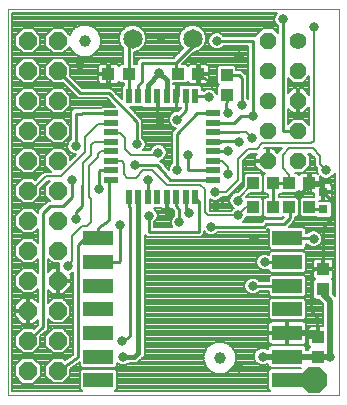
<source format=gtl>
G75*
%MOIN*%
%OFA0B0*%
%FSLAX25Y25*%
%IPPOS*%
%LPD*%
%AMOC8*
5,1,8,0,0,1.08239X$1,22.5*
%
%ADD10C,0.00000*%
%ADD11R,0.10000X0.05000*%
%ADD12C,0.05600*%
%ADD13OC8,0.05600*%
%ADD14R,0.03150X0.03150*%
%ADD15R,0.03937X0.04331*%
%ADD16R,0.04331X0.03937*%
%ADD17R,0.02200X0.05000*%
%ADD18R,0.05000X0.02200*%
%ADD19C,0.03937*%
%ADD20OC8,0.06000*%
%ADD21C,0.06500*%
%ADD22OC8,0.08661*%
%ADD23C,0.02000*%
%ADD24C,0.01000*%
%ADD25C,0.03169*%
%ADD26C,0.01600*%
%ADD27C,0.00800*%
%ADD28C,0.03000*%
%ADD29C,0.03200*%
D10*
X0001900Y0001794D02*
X0001900Y0130534D01*
X0112136Y0130534D01*
X0112136Y0001794D01*
X0001900Y0001794D01*
D11*
X0031904Y0006853D03*
X0031904Y0014727D03*
X0031904Y0022601D03*
X0031904Y0030475D03*
X0031904Y0038349D03*
X0031904Y0046223D03*
X0031904Y0054097D03*
X0094896Y0054097D03*
X0094896Y0046223D03*
X0094896Y0038349D03*
X0094896Y0030475D03*
X0094896Y0022601D03*
X0094896Y0014727D03*
X0094896Y0006853D03*
D12*
X0098400Y0119975D03*
D13*
X0098400Y0109975D03*
X0098400Y0099975D03*
X0098400Y0089975D03*
X0098400Y0079975D03*
X0088400Y0079975D03*
X0088400Y0089975D03*
X0088400Y0099975D03*
X0088400Y0109975D03*
X0088400Y0119975D03*
D14*
X0106900Y0069678D03*
X0106900Y0063772D03*
D15*
X0102246Y0064475D03*
X0095554Y0064475D03*
X0090246Y0064475D03*
X0083554Y0064475D03*
X0083554Y0072475D03*
X0090246Y0072475D03*
X0106900Y0043821D03*
X0106900Y0037128D03*
X0105150Y0021321D03*
X0105150Y0014628D03*
X0074650Y0101878D03*
X0074650Y0108571D03*
D16*
X0065246Y0108975D03*
X0058554Y0108975D03*
X0041996Y0108975D03*
X0035304Y0108975D03*
X0095554Y0072475D03*
X0102246Y0072475D03*
D17*
X0064174Y0067825D03*
X0061024Y0067825D03*
X0057874Y0067825D03*
X0054725Y0067825D03*
X0051575Y0067825D03*
X0048426Y0067825D03*
X0045276Y0067825D03*
X0042126Y0067825D03*
X0042126Y0101625D03*
X0045276Y0101625D03*
X0048426Y0101625D03*
X0051575Y0101625D03*
X0054725Y0101625D03*
X0057874Y0101625D03*
X0061024Y0101625D03*
X0064174Y0101625D03*
D18*
X0070050Y0095748D03*
X0070050Y0092599D03*
X0070050Y0089449D03*
X0070050Y0086300D03*
X0070050Y0083150D03*
X0070050Y0080000D03*
X0070050Y0076851D03*
X0070050Y0073701D03*
X0036250Y0073701D03*
X0036250Y0076851D03*
X0036250Y0080000D03*
X0036250Y0083150D03*
X0036250Y0086300D03*
X0036250Y0089449D03*
X0036250Y0092599D03*
X0036250Y0095748D03*
D19*
X0027400Y0119975D03*
X0072400Y0014275D03*
D20*
X0018400Y0009975D03*
X0018400Y0019975D03*
X0018400Y0029975D03*
X0018400Y0039975D03*
X0018400Y0049975D03*
X0018400Y0059975D03*
X0018400Y0069975D03*
X0018400Y0079975D03*
X0018400Y0089975D03*
X0018400Y0099975D03*
X0018400Y0109975D03*
X0018400Y0119975D03*
X0008400Y0119975D03*
X0008400Y0109975D03*
X0008400Y0099975D03*
X0008400Y0089975D03*
X0008400Y0079975D03*
X0008400Y0069975D03*
X0008400Y0059975D03*
X0008400Y0049975D03*
X0008400Y0039975D03*
X0008400Y0029975D03*
X0008400Y0019975D03*
X0008400Y0009975D03*
D21*
X0043400Y0120725D03*
X0063400Y0120725D03*
D22*
X0103676Y0006955D03*
D23*
X0105304Y0014475D02*
X0109150Y0014475D01*
X0109150Y0033225D01*
X0106900Y0035475D01*
X0106900Y0037128D01*
X0105150Y0022475D02*
X0095022Y0022475D01*
X0094100Y0014775D02*
X0086700Y0014725D01*
X0094994Y0014628D02*
X0105150Y0014628D01*
D24*
X0105304Y0014475D01*
X0105150Y0021321D02*
X0104900Y0021571D01*
X0104900Y0027794D01*
X0102900Y0029794D01*
X0102900Y0042794D01*
X0103900Y0043794D01*
X0106872Y0043794D01*
X0106900Y0043821D01*
X0106900Y0057794D01*
X0109900Y0060794D01*
X0109900Y0066678D01*
X0106900Y0069678D01*
X0106900Y0070551D01*
X0106857Y0070594D01*
X0106857Y0070837D01*
X0105900Y0071794D01*
X0102928Y0071794D01*
X0102246Y0072475D01*
X0102246Y0071821D01*
X0098900Y0068475D01*
X0095554Y0072475D02*
X0090246Y0072475D01*
X0090246Y0064475D01*
X0095554Y0064475D02*
X0095900Y0064128D01*
X0095900Y0060794D01*
X0093900Y0058794D01*
X0087900Y0058794D01*
X0087081Y0057975D01*
X0070650Y0057975D01*
X0069603Y0058022D01*
X0069447Y0058022D01*
X0065400Y0056225D02*
X0065424Y0066248D01*
X0064174Y0067825D01*
X0061024Y0067825D02*
X0061024Y0063599D01*
X0062150Y0062725D01*
X0058800Y0063625D02*
X0058850Y0059425D01*
X0055475Y0062800D02*
X0055325Y0062800D01*
X0054650Y0063475D01*
X0054725Y0067825D01*
X0057874Y0067825D02*
X0057900Y0067775D01*
X0057900Y0064975D01*
X0058300Y0064625D01*
X0058800Y0063625D01*
X0065400Y0056225D02*
X0048900Y0056225D01*
X0048900Y0061725D01*
X0048426Y0067825D02*
X0048426Y0071949D01*
X0048400Y0073725D01*
X0052556Y0077596D02*
X0051528Y0078625D01*
X0044250Y0078625D01*
X0044900Y0085475D02*
X0044900Y0092975D01*
X0035400Y0102475D01*
X0025900Y0102475D01*
X0018400Y0109975D01*
X0024400Y0095725D02*
X0024400Y0084975D01*
X0032526Y0076851D02*
X0032150Y0076475D01*
X0032150Y0070475D01*
X0035400Y0072975D02*
X0035500Y0060325D01*
X0031900Y0057475D01*
X0031900Y0054101D01*
X0031904Y0054097D01*
X0031782Y0053975D01*
X0027100Y0053975D01*
X0025150Y0052025D01*
X0025150Y0014475D01*
X0018400Y0009975D01*
X0008400Y0019975D02*
X0013400Y0024475D01*
X0013400Y0062725D01*
X0015900Y0064975D01*
X0020150Y0064975D01*
X0023150Y0067975D01*
X0023150Y0073475D01*
X0026600Y0071875D02*
X0026600Y0064875D01*
X0025790Y0064193D01*
X0024400Y0062803D01*
X0024400Y0060575D01*
X0024700Y0063275D02*
X0025790Y0064193D01*
X0035400Y0072975D02*
X0036250Y0073575D01*
X0036250Y0073701D01*
X0036250Y0076851D02*
X0032526Y0076851D01*
X0042126Y0067825D02*
X0042126Y0064701D01*
X0042400Y0064475D01*
X0042400Y0021725D01*
X0040150Y0019975D01*
X0039900Y0019975D01*
X0038648Y0046223D02*
X0031904Y0046223D01*
X0038648Y0046223D02*
X0039148Y0046723D01*
X0039148Y0058473D01*
X0045276Y0067825D02*
X0045150Y0067951D01*
X0052556Y0077596D02*
X0055900Y0073725D01*
X0070026Y0073725D01*
X0070050Y0073701D01*
X0070050Y0076851D02*
X0061776Y0076851D01*
X0061650Y0081975D01*
X0058150Y0076975D02*
X0058150Y0088975D01*
X0064924Y0095748D01*
X0070050Y0095748D01*
X0070050Y0092599D02*
X0077274Y0092599D01*
X0079400Y0094975D01*
X0083400Y0094975D01*
X0083400Y0119975D01*
X0071400Y0119975D01*
X0063400Y0120725D02*
X0063400Y0118225D01*
X0057804Y0112628D01*
X0057804Y0111071D01*
X0057804Y0108725D01*
X0058554Y0108975D01*
X0057804Y0111071D02*
X0057900Y0112475D01*
X0046400Y0112475D01*
X0046400Y0106225D01*
X0045276Y0105101D01*
X0045276Y0101625D01*
X0042126Y0101625D02*
X0042126Y0107845D01*
X0041996Y0108975D01*
X0041996Y0119321D01*
X0043400Y0120725D01*
X0058400Y0105475D02*
X0065246Y0105475D01*
X0065246Y0108975D01*
X0069900Y0105975D01*
X0068850Y0101125D02*
X0066424Y0101701D01*
X0064174Y0101625D01*
X0061024Y0101625D02*
X0061024Y0096849D01*
X0058150Y0093725D01*
X0057900Y0097475D02*
X0051650Y0097475D01*
X0051650Y0101300D01*
X0051575Y0101625D01*
X0051575Y0094050D01*
X0052400Y0093225D01*
X0057900Y0097475D02*
X0057874Y0097750D01*
X0057874Y0101625D01*
X0058400Y0101625D01*
X0058400Y0105475D01*
X0070050Y0089449D02*
X0077900Y0089475D01*
X0078874Y0089449D01*
X0078150Y0086725D02*
X0072900Y0086725D01*
X0072400Y0086225D01*
X0070125Y0086225D01*
X0070050Y0086300D01*
X0070050Y0083150D02*
X0075075Y0083150D01*
X0075150Y0083225D01*
X0078650Y0086225D02*
X0078150Y0086725D01*
X0075250Y0095975D02*
X0074450Y0096775D01*
X0074700Y0101775D01*
X0074650Y0101878D01*
X0079650Y0098725D02*
X0079650Y0107725D01*
X0078804Y0108571D01*
X0074650Y0108571D01*
X0093400Y0127125D02*
X0093400Y0089975D01*
X0098400Y0089975D01*
X0083554Y0072475D02*
X0083554Y0071878D01*
X0094200Y0054925D02*
X0094896Y0054097D01*
X0103528Y0054097D01*
X0103650Y0053975D01*
X0094896Y0046223D02*
X0087402Y0046223D01*
X0087400Y0046225D01*
X0083400Y0038225D02*
X0094772Y0038225D01*
X0094896Y0038349D01*
X0094896Y0022601D02*
X0095022Y0022475D01*
X0094896Y0014727D02*
X0094100Y0014775D01*
X0094896Y0014727D02*
X0094994Y0014628D01*
X0105150Y0021321D02*
X0105150Y0022475D01*
X0106900Y0063772D02*
X0102949Y0063772D01*
X0102246Y0064475D01*
X0036250Y0095748D02*
X0028626Y0095748D01*
X0024400Y0095725D01*
D25*
X0024400Y0084975D03*
X0023150Y0073475D03*
X0032150Y0070475D03*
X0024400Y0060575D03*
X0021650Y0044975D03*
X0039148Y0058473D03*
X0048900Y0061725D03*
X0055475Y0062800D03*
X0058850Y0059425D03*
X0062150Y0062725D03*
X0069447Y0058022D03*
X0071150Y0064975D03*
X0070800Y0069475D03*
X0075150Y0075725D03*
X0075150Y0083225D03*
X0078650Y0086225D03*
X0083074Y0087649D03*
X0083400Y0094975D03*
X0079650Y0098725D03*
X0075250Y0095975D03*
X0068850Y0101125D03*
X0069900Y0105975D03*
X0078900Y0114794D03*
X0071400Y0119975D03*
X0052900Y0120794D03*
X0052300Y0109175D03*
X0052400Y0093225D03*
X0058150Y0093725D03*
X0051900Y0082725D03*
X0058150Y0076975D03*
X0061650Y0081975D03*
X0048400Y0073725D03*
X0044250Y0078625D03*
X0044900Y0085475D03*
X0025900Y0111794D03*
X0078400Y0066725D03*
X0078350Y0061775D03*
X0083900Y0053794D03*
X0087400Y0046225D03*
X0083400Y0038225D03*
X0086700Y0014725D03*
X0078900Y0010794D03*
X0109150Y0014475D03*
X0103650Y0053975D03*
X0098900Y0068475D03*
X0107900Y0076975D03*
X0103900Y0124525D03*
X0093400Y0127125D03*
X0039900Y0019975D03*
X0040150Y0014725D03*
D26*
X0043900Y0014725D01*
X0045150Y0015975D01*
X0045150Y0067951D01*
X0048426Y0101625D02*
X0048426Y0105300D01*
X0052300Y0109175D01*
X0054700Y0106775D01*
X0054700Y0101650D01*
X0094896Y0022601D02*
X0104900Y0022601D01*
D27*
X0104750Y0022555D02*
X0105550Y0022555D01*
X0105550Y0023354D02*
X0104750Y0023354D01*
X0104750Y0024152D02*
X0105550Y0024152D01*
X0105550Y0024887D02*
X0105550Y0021721D01*
X0104750Y0021721D01*
X0104750Y0020921D01*
X0101781Y0020921D01*
X0101781Y0018972D01*
X0101877Y0018616D01*
X0102061Y0018296D01*
X0102322Y0018036D01*
X0102399Y0017991D01*
X0101781Y0017374D01*
X0101781Y0017028D01*
X0101296Y0017028D01*
X0101296Y0017807D01*
X0100476Y0018627D01*
X0089316Y0018627D01*
X0088496Y0017807D01*
X0088496Y0017149D01*
X0088390Y0017255D01*
X0087294Y0017709D01*
X0086106Y0017709D01*
X0085010Y0017255D01*
X0084170Y0016415D01*
X0083716Y0015318D01*
X0083716Y0014131D01*
X0084170Y0013034D01*
X0085010Y0012195D01*
X0086106Y0011741D01*
X0087294Y0011741D01*
X0088390Y0012195D01*
X0088496Y0012301D01*
X0088496Y0011647D01*
X0089316Y0010827D01*
X0099443Y0010827D01*
X0099369Y0010753D01*
X0089316Y0010753D01*
X0088496Y0009933D01*
X0088496Y0003773D01*
X0089075Y0003194D01*
X0037452Y0003194D01*
X0038111Y0003853D01*
X0038111Y0009853D01*
X0037404Y0010560D01*
X0026404Y0010560D01*
X0025697Y0009853D01*
X0025697Y0003853D01*
X0026356Y0003194D01*
X0003300Y0003194D01*
X0003300Y0129134D01*
X0091462Y0129134D01*
X0091034Y0128706D01*
X0090609Y0127680D01*
X0090609Y0126570D01*
X0091034Y0125544D01*
X0091693Y0124884D01*
X0091693Y0122622D01*
X0090140Y0124175D01*
X0086660Y0124175D01*
X0084200Y0121714D01*
X0084200Y0121589D01*
X0084107Y0121682D01*
X0073640Y0121682D01*
X0072981Y0122341D01*
X0071955Y0122766D01*
X0070845Y0122766D01*
X0069819Y0122341D01*
X0069034Y0121556D01*
X0068609Y0120530D01*
X0068609Y0119420D01*
X0069034Y0118394D01*
X0069819Y0117608D01*
X0070845Y0117183D01*
X0071955Y0117183D01*
X0072981Y0117608D01*
X0073640Y0118268D01*
X0081693Y0118268D01*
X0081693Y0100629D01*
X0081357Y0100965D01*
X0081357Y0108432D01*
X0080511Y0109278D01*
X0079511Y0110278D01*
X0077826Y0110278D01*
X0077826Y0111237D01*
X0077118Y0111944D01*
X0072181Y0111944D01*
X0071474Y0111237D01*
X0071474Y0105906D01*
X0072156Y0105225D01*
X0071474Y0104544D01*
X0071474Y0102083D01*
X0071216Y0102706D01*
X0070431Y0103491D01*
X0069405Y0103916D01*
X0068295Y0103916D01*
X0067269Y0103491D01*
X0067143Y0103365D01*
X0067072Y0103431D01*
X0066595Y0103415D01*
X0066481Y0103442D01*
X0066481Y0104625D01*
X0065774Y0105332D01*
X0059684Y0105332D01*
X0059515Y0105429D01*
X0059159Y0105525D01*
X0058024Y0105525D01*
X0058024Y0101775D01*
X0057724Y0101775D01*
X0057724Y0105525D01*
X0056900Y0105525D01*
X0056900Y0105799D01*
X0061219Y0105799D01*
X0061816Y0106397D01*
X0061961Y0106147D01*
X0062221Y0105886D01*
X0062541Y0105702D01*
X0062897Y0105606D01*
X0064846Y0105606D01*
X0064846Y0108575D01*
X0065646Y0108575D01*
X0065646Y0105606D01*
X0067596Y0105606D01*
X0067952Y0105702D01*
X0068271Y0105886D01*
X0068532Y0106147D01*
X0068716Y0106466D01*
X0068812Y0106822D01*
X0068812Y0108575D01*
X0065646Y0108575D01*
X0065646Y0109375D01*
X0064846Y0109375D01*
X0064846Y0112343D01*
X0062897Y0112343D01*
X0062541Y0112248D01*
X0062221Y0112064D01*
X0061961Y0111803D01*
X0061816Y0111553D01*
X0061219Y0112150D01*
X0059740Y0112150D01*
X0063857Y0116268D01*
X0064287Y0116268D01*
X0065925Y0116946D01*
X0067179Y0118200D01*
X0067857Y0119838D01*
X0067857Y0121611D01*
X0067179Y0123250D01*
X0065925Y0124503D01*
X0064287Y0125182D01*
X0062513Y0125182D01*
X0060875Y0124503D01*
X0059621Y0123250D01*
X0058943Y0121611D01*
X0058943Y0119838D01*
X0059621Y0118200D01*
X0060291Y0117530D01*
X0056943Y0114182D01*
X0045693Y0114182D01*
X0044693Y0113182D01*
X0044693Y0112119D01*
X0044662Y0112150D01*
X0043704Y0112150D01*
X0043704Y0116268D01*
X0044287Y0116268D01*
X0045925Y0116946D01*
X0047179Y0118200D01*
X0047857Y0119838D01*
X0047857Y0121611D01*
X0047179Y0123250D01*
X0045925Y0124503D01*
X0044287Y0125182D01*
X0042513Y0125182D01*
X0040875Y0124503D01*
X0039621Y0123250D01*
X0038943Y0121611D01*
X0038943Y0119838D01*
X0039621Y0118200D01*
X0040289Y0117532D01*
X0040289Y0112150D01*
X0039331Y0112150D01*
X0038734Y0111553D01*
X0038589Y0111803D01*
X0038329Y0112064D01*
X0038009Y0112248D01*
X0037653Y0112343D01*
X0035704Y0112343D01*
X0035704Y0109375D01*
X0034904Y0109375D01*
X0034904Y0112343D01*
X0032954Y0112343D01*
X0032598Y0112248D01*
X0032279Y0112064D01*
X0032018Y0111803D01*
X0031834Y0111484D01*
X0031738Y0111128D01*
X0031738Y0109375D01*
X0034903Y0109375D01*
X0034903Y0108575D01*
X0031738Y0108575D01*
X0031738Y0106822D01*
X0031834Y0106466D01*
X0032018Y0106147D01*
X0032279Y0105886D01*
X0032598Y0105702D01*
X0032954Y0105606D01*
X0034904Y0105606D01*
X0034904Y0108575D01*
X0035704Y0108575D01*
X0035704Y0105606D01*
X0037653Y0105606D01*
X0038009Y0105702D01*
X0038329Y0105886D01*
X0038589Y0106147D01*
X0038734Y0106397D01*
X0039331Y0105799D01*
X0040419Y0105799D01*
X0040419Y0105225D01*
X0039819Y0104625D01*
X0039819Y0100470D01*
X0036107Y0104182D01*
X0026607Y0104182D01*
X0022582Y0108207D01*
X0022607Y0108232D01*
X0022607Y0111717D01*
X0020143Y0114182D01*
X0016657Y0114182D01*
X0014193Y0111717D01*
X0014193Y0108232D01*
X0016657Y0105768D01*
X0020143Y0105768D01*
X0020168Y0105793D01*
X0025193Y0100768D01*
X0034693Y0100768D01*
X0037405Y0098055D01*
X0033250Y0098055D01*
X0032650Y0097455D01*
X0029328Y0097455D01*
X0029324Y0097459D01*
X0028622Y0097455D01*
X0027919Y0097455D01*
X0027915Y0097452D01*
X0024394Y0097432D01*
X0023693Y0097432D01*
X0023689Y0097428D01*
X0023683Y0097428D01*
X0023189Y0096928D01*
X0022693Y0096432D01*
X0022693Y0096426D01*
X0022689Y0096422D01*
X0022693Y0095719D01*
X0022693Y0087215D01*
X0022034Y0086556D01*
X0021609Y0085530D01*
X0021609Y0084420D01*
X0022034Y0083394D01*
X0022819Y0082608D01*
X0023845Y0082183D01*
X0024517Y0082183D01*
X0022607Y0080274D01*
X0022607Y0081717D01*
X0020143Y0084182D01*
X0016657Y0084182D01*
X0014193Y0081717D01*
X0014193Y0078232D01*
X0016024Y0076401D01*
X0013734Y0076401D01*
X0012793Y0075459D01*
X0010829Y0073495D01*
X0010143Y0074182D01*
X0006657Y0074182D01*
X0004193Y0071717D01*
X0004193Y0068232D01*
X0006657Y0065768D01*
X0010143Y0065768D01*
X0012607Y0068232D01*
X0012607Y0070728D01*
X0015066Y0073187D01*
X0015662Y0073187D01*
X0014193Y0071717D01*
X0014193Y0068232D01*
X0015732Y0066693D01*
X0015284Y0066717D01*
X0015245Y0066682D01*
X0015193Y0066682D01*
X0014725Y0066214D01*
X0012745Y0064432D01*
X0012693Y0064432D01*
X0012225Y0063964D01*
X0011732Y0063521D01*
X0011730Y0063469D01*
X0011693Y0063432D01*
X0011693Y0062770D01*
X0011686Y0062638D01*
X0010143Y0064182D01*
X0006657Y0064182D01*
X0004193Y0061717D01*
X0004193Y0058232D01*
X0006657Y0055768D01*
X0010143Y0055768D01*
X0011693Y0057318D01*
X0011693Y0052632D01*
X0010143Y0054182D01*
X0006657Y0054182D01*
X0004193Y0051717D01*
X0004193Y0048232D01*
X0006657Y0045768D01*
X0010143Y0045768D01*
X0011693Y0047318D01*
X0011693Y0042632D01*
X0010143Y0044182D01*
X0006657Y0044182D01*
X0004193Y0041717D01*
X0004193Y0038232D01*
X0006657Y0035768D01*
X0010143Y0035768D01*
X0011693Y0037318D01*
X0011693Y0032904D01*
X0010223Y0034375D01*
X0008800Y0034375D01*
X0008800Y0030375D01*
X0008000Y0030375D01*
X0008000Y0034375D01*
X0006577Y0034375D01*
X0004000Y0031797D01*
X0004000Y0030375D01*
X0008000Y0030375D01*
X0008000Y0029575D01*
X0004000Y0029575D01*
X0004000Y0028152D01*
X0006577Y0025575D01*
X0008000Y0025575D01*
X0008000Y0029575D01*
X0008800Y0029575D01*
X0008800Y0025575D01*
X0010223Y0025575D01*
X0011693Y0027045D01*
X0011693Y0025235D01*
X0010323Y0024002D01*
X0010143Y0024182D01*
X0006657Y0024182D01*
X0004193Y0021717D01*
X0004193Y0018232D01*
X0006657Y0015768D01*
X0010143Y0015768D01*
X0012607Y0018232D01*
X0012607Y0021465D01*
X0014055Y0022768D01*
X0014107Y0022768D01*
X0014575Y0023236D01*
X0015068Y0023679D01*
X0015070Y0023731D01*
X0015107Y0023768D01*
X0015107Y0024430D01*
X0015142Y0025091D01*
X0015107Y0025130D01*
X0015107Y0027318D01*
X0016657Y0025768D01*
X0020143Y0025768D01*
X0022607Y0028232D01*
X0022607Y0031717D01*
X0020143Y0034182D01*
X0016657Y0034182D01*
X0015107Y0032632D01*
X0015107Y0037045D01*
X0016577Y0035575D01*
X0018000Y0035575D01*
X0018000Y0039575D01*
X0018800Y0039575D01*
X0018800Y0040375D01*
X0018000Y0040375D01*
X0018000Y0044375D01*
X0016577Y0044375D01*
X0015107Y0042904D01*
X0015107Y0047318D01*
X0016657Y0045768D01*
X0018957Y0045768D01*
X0018859Y0045530D01*
X0018859Y0044420D01*
X0018877Y0044375D01*
X0018800Y0044375D01*
X0018800Y0040375D01*
X0022800Y0040375D01*
X0022800Y0041797D01*
X0022353Y0042245D01*
X0023231Y0042608D01*
X0023443Y0042820D01*
X0023443Y0015388D01*
X0020739Y0013586D01*
X0020143Y0014182D01*
X0016657Y0014182D01*
X0014193Y0011717D01*
X0014193Y0008232D01*
X0016657Y0005768D01*
X0020143Y0005768D01*
X0022607Y0008232D01*
X0022607Y0010728D01*
X0025667Y0012768D01*
X0025697Y0012768D01*
X0025697Y0011727D01*
X0026404Y0011020D01*
X0037404Y0011020D01*
X0038111Y0011727D01*
X0038111Y0012543D01*
X0038460Y0012195D01*
X0039556Y0011741D01*
X0040744Y0011741D01*
X0041840Y0012195D01*
X0042170Y0012525D01*
X0044811Y0012525D01*
X0046100Y0013814D01*
X0047350Y0015064D01*
X0047350Y0055361D01*
X0048193Y0054518D01*
X0065398Y0054518D01*
X0066103Y0054516D01*
X0066105Y0054518D01*
X0066107Y0054518D01*
X0066608Y0055019D01*
X0067105Y0055514D01*
X0067105Y0055516D01*
X0067107Y0055518D01*
X0067107Y0056224D01*
X0067108Y0056414D01*
X0067866Y0055656D01*
X0068892Y0055231D01*
X0070002Y0055231D01*
X0071028Y0055656D01*
X0071640Y0056268D01*
X0087788Y0056268D01*
X0088607Y0057087D01*
X0088689Y0057087D01*
X0088689Y0051097D01*
X0089396Y0050390D01*
X0100396Y0050390D01*
X0101103Y0051097D01*
X0101103Y0052390D01*
X0101287Y0052390D01*
X0102069Y0051608D01*
X0103095Y0051183D01*
X0104205Y0051183D01*
X0105231Y0051608D01*
X0106016Y0052394D01*
X0106441Y0053420D01*
X0106441Y0054530D01*
X0106016Y0055556D01*
X0105231Y0056341D01*
X0104205Y0056766D01*
X0103095Y0056766D01*
X0102069Y0056341D01*
X0101532Y0055804D01*
X0101103Y0055804D01*
X0101103Y0057097D01*
X0100396Y0057804D01*
X0095324Y0057804D01*
X0097607Y0060087D01*
X0097607Y0061102D01*
X0098022Y0061102D01*
X0098729Y0061809D01*
X0098729Y0067140D01*
X0098022Y0067847D01*
X0093085Y0067847D01*
X0093036Y0067799D01*
X0092795Y0068040D01*
X0092146Y0068040D01*
X0092146Y0068909D01*
X0092795Y0068909D01*
X0092992Y0069106D01*
X0098299Y0069106D01*
X0098916Y0069724D01*
X0098961Y0069647D01*
X0099221Y0069386D01*
X0099541Y0069202D01*
X0099897Y0069106D01*
X0101846Y0069106D01*
X0101846Y0072075D01*
X0102646Y0072075D01*
X0102646Y0069106D01*
X0103925Y0069106D01*
X0103925Y0067918D01*
X0103944Y0067847D01*
X0099778Y0067847D01*
X0099071Y0067140D01*
X0099071Y0061809D01*
X0099778Y0061102D01*
X0104713Y0061102D01*
X0104825Y0060990D01*
X0108975Y0060990D01*
X0109682Y0061697D01*
X0109682Y0065847D01*
X0108975Y0066554D01*
X0105422Y0066554D01*
X0105422Y0066703D01*
X0106513Y0066703D01*
X0106513Y0069290D01*
X0107287Y0069290D01*
X0107287Y0066703D01*
X0108659Y0066703D01*
X0109015Y0066798D01*
X0109334Y0066982D01*
X0109595Y0067243D01*
X0109779Y0067562D01*
X0109875Y0067918D01*
X0109875Y0069290D01*
X0107287Y0069290D01*
X0107287Y0070065D01*
X0106513Y0070065D01*
X0106513Y0072652D01*
X0105141Y0072652D01*
X0104785Y0072557D01*
X0104466Y0072373D01*
X0104205Y0072112D01*
X0104183Y0072075D01*
X0102646Y0072075D01*
X0102646Y0072875D01*
X0101846Y0072875D01*
X0101846Y0075843D01*
X0099897Y0075843D01*
X0099541Y0075748D01*
X0099221Y0075564D01*
X0098961Y0075303D01*
X0098916Y0075226D01*
X0098299Y0075843D01*
X0097354Y0075843D01*
X0097354Y0075968D01*
X0100060Y0075968D01*
X0102407Y0078315D01*
X0102407Y0081635D01*
X0101767Y0082275D01*
X0102634Y0082275D01*
X0104100Y0080750D01*
X0104100Y0078229D01*
X0104916Y0077413D01*
X0104916Y0076381D01*
X0105249Y0075576D01*
X0104952Y0075748D01*
X0104596Y0075843D01*
X0102646Y0075843D01*
X0102646Y0072875D01*
X0105812Y0072875D01*
X0105812Y0074628D01*
X0105733Y0074921D01*
X0106210Y0074445D01*
X0107306Y0073991D01*
X0108494Y0073991D01*
X0109590Y0074445D01*
X0110430Y0075284D01*
X0110736Y0076024D01*
X0110736Y0035033D01*
X0110509Y0035259D01*
X0110268Y0035500D01*
X0110268Y0039874D01*
X0109651Y0040491D01*
X0109728Y0040536D01*
X0109989Y0040796D01*
X0110173Y0041116D01*
X0110268Y0041472D01*
X0110268Y0043421D01*
X0107300Y0043421D01*
X0107300Y0044221D01*
X0110268Y0044221D01*
X0110268Y0046171D01*
X0110173Y0046527D01*
X0109989Y0046846D01*
X0109728Y0047107D01*
X0109409Y0047291D01*
X0109053Y0047387D01*
X0107300Y0047387D01*
X0107300Y0044221D01*
X0106500Y0044221D01*
X0106500Y0043421D01*
X0103531Y0043421D01*
X0103531Y0041472D01*
X0103627Y0041116D01*
X0103811Y0040796D01*
X0104072Y0040536D01*
X0104149Y0040491D01*
X0103531Y0039874D01*
X0103531Y0034383D01*
X0104352Y0033563D01*
X0105418Y0033563D01*
X0105541Y0033440D01*
X0106750Y0032231D01*
X0106750Y0024887D01*
X0105550Y0024887D01*
X0104750Y0024887D02*
X0102997Y0024887D01*
X0102641Y0024791D01*
X0102322Y0024607D01*
X0102061Y0024346D01*
X0101877Y0024027D01*
X0101781Y0023671D01*
X0101781Y0021721D01*
X0104750Y0021721D01*
X0104750Y0024887D01*
X0106750Y0024951D02*
X0101296Y0024951D01*
X0101296Y0025285D02*
X0101296Y0023001D01*
X0095296Y0023001D01*
X0094496Y0023001D01*
X0094496Y0026501D01*
X0089712Y0026501D01*
X0089356Y0026405D01*
X0089036Y0026221D01*
X0088776Y0025960D01*
X0088591Y0025641D01*
X0088496Y0025285D01*
X0088496Y0023001D01*
X0094496Y0023001D01*
X0094496Y0022201D01*
X0088496Y0022201D01*
X0088496Y0019916D01*
X0088591Y0019560D01*
X0088776Y0019241D01*
X0089036Y0018981D01*
X0089356Y0018796D01*
X0089712Y0018701D01*
X0094496Y0018701D01*
X0094496Y0022201D01*
X0095296Y0022201D01*
X0095296Y0023001D01*
X0095296Y0026501D01*
X0100080Y0026501D01*
X0100436Y0026405D01*
X0100756Y0026221D01*
X0101016Y0025960D01*
X0101201Y0025641D01*
X0101296Y0025285D01*
X0101138Y0025749D02*
X0106750Y0025749D01*
X0106750Y0026548D02*
X0047350Y0026548D01*
X0047350Y0027346D02*
X0088818Y0027346D01*
X0088689Y0027475D02*
X0089396Y0026768D01*
X0100396Y0026768D01*
X0101103Y0027475D01*
X0101103Y0033475D01*
X0100396Y0034182D01*
X0089396Y0034182D01*
X0088689Y0033475D01*
X0088689Y0027475D01*
X0088689Y0028145D02*
X0047350Y0028145D01*
X0047350Y0028943D02*
X0088689Y0028943D01*
X0088689Y0029742D02*
X0047350Y0029742D01*
X0047350Y0030540D02*
X0088689Y0030540D01*
X0088689Y0031339D02*
X0047350Y0031339D01*
X0047350Y0032137D02*
X0088689Y0032137D01*
X0088689Y0032936D02*
X0047350Y0032936D01*
X0047350Y0033734D02*
X0088948Y0033734D01*
X0089396Y0034642D02*
X0088689Y0035349D01*
X0088689Y0036518D01*
X0085640Y0036518D01*
X0084981Y0035858D01*
X0083955Y0035433D01*
X0082845Y0035433D01*
X0081819Y0035858D01*
X0081034Y0036644D01*
X0080609Y0037670D01*
X0080609Y0038780D01*
X0081034Y0039806D01*
X0081819Y0040591D01*
X0082845Y0041016D01*
X0083955Y0041016D01*
X0084981Y0040591D01*
X0085640Y0039932D01*
X0088689Y0039932D01*
X0088689Y0041349D01*
X0089396Y0042056D01*
X0100396Y0042056D01*
X0101103Y0041349D01*
X0101103Y0035349D01*
X0100396Y0034642D01*
X0089396Y0034642D01*
X0088707Y0035331D02*
X0047350Y0035331D01*
X0047350Y0034533D02*
X0103531Y0034533D01*
X0103531Y0035331D02*
X0101085Y0035331D01*
X0101103Y0036130D02*
X0103531Y0036130D01*
X0103531Y0036928D02*
X0101103Y0036928D01*
X0101103Y0037727D02*
X0103531Y0037727D01*
X0103531Y0038525D02*
X0101103Y0038525D01*
X0101103Y0039324D02*
X0103531Y0039324D01*
X0103780Y0040122D02*
X0101103Y0040122D01*
X0101103Y0040921D02*
X0103739Y0040921D01*
X0103531Y0041719D02*
X0100733Y0041719D01*
X0100396Y0042516D02*
X0101103Y0043223D01*
X0101103Y0049223D01*
X0100396Y0049930D01*
X0089396Y0049930D01*
X0088689Y0049223D01*
X0088689Y0048712D01*
X0087955Y0049016D01*
X0086845Y0049016D01*
X0085819Y0048591D01*
X0085034Y0047806D01*
X0084609Y0046780D01*
X0084609Y0045670D01*
X0085034Y0044644D01*
X0085819Y0043858D01*
X0086845Y0043433D01*
X0087955Y0043433D01*
X0088689Y0043737D01*
X0088689Y0043223D01*
X0089396Y0042516D01*
X0100396Y0042516D01*
X0100398Y0042518D02*
X0103531Y0042518D01*
X0103531Y0043316D02*
X0101103Y0043316D01*
X0101103Y0044115D02*
X0106500Y0044115D01*
X0106500Y0044221D02*
X0103531Y0044221D01*
X0103531Y0046171D01*
X0103627Y0046527D01*
X0103811Y0046846D01*
X0104072Y0047107D01*
X0104391Y0047291D01*
X0104747Y0047387D01*
X0106500Y0047387D01*
X0106500Y0044221D01*
X0106500Y0044913D02*
X0107300Y0044913D01*
X0107300Y0044115D02*
X0110736Y0044115D01*
X0110736Y0044913D02*
X0110268Y0044913D01*
X0110268Y0045712D02*
X0110736Y0045712D01*
X0110736Y0046510D02*
X0110178Y0046510D01*
X0110736Y0047309D02*
X0109343Y0047309D01*
X0110736Y0048107D02*
X0101103Y0048107D01*
X0101103Y0047309D02*
X0104457Y0047309D01*
X0103622Y0046510D02*
X0101103Y0046510D01*
X0101103Y0045712D02*
X0103531Y0045712D01*
X0103531Y0044913D02*
X0101103Y0044913D01*
X0101103Y0048906D02*
X0110736Y0048906D01*
X0110736Y0049704D02*
X0100622Y0049704D01*
X0100509Y0050503D02*
X0110736Y0050503D01*
X0110736Y0051301D02*
X0104490Y0051301D01*
X0105723Y0052100D02*
X0110736Y0052100D01*
X0110736Y0052898D02*
X0106225Y0052898D01*
X0106441Y0053697D02*
X0110736Y0053697D01*
X0110736Y0054495D02*
X0106441Y0054495D01*
X0106125Y0055294D02*
X0110736Y0055294D01*
X0110736Y0056092D02*
X0105480Y0056092D01*
X0101820Y0056092D02*
X0101103Y0056092D01*
X0101103Y0056891D02*
X0110736Y0056891D01*
X0110736Y0057689D02*
X0100510Y0057689D01*
X0097605Y0060085D02*
X0110736Y0060085D01*
X0110736Y0059287D02*
X0096807Y0059287D01*
X0096008Y0058488D02*
X0110736Y0058488D01*
X0110736Y0060884D02*
X0097607Y0060884D01*
X0098602Y0061682D02*
X0099198Y0061682D01*
X0099071Y0062481D02*
X0098729Y0062481D01*
X0098729Y0063279D02*
X0099071Y0063279D01*
X0099071Y0064078D02*
X0098729Y0064078D01*
X0098729Y0064876D02*
X0099071Y0064876D01*
X0099071Y0065675D02*
X0098729Y0065675D01*
X0098729Y0066473D02*
X0099071Y0066473D01*
X0099202Y0067272D02*
X0098598Y0067272D01*
X0098860Y0069667D02*
X0098949Y0069667D01*
X0101846Y0069667D02*
X0102646Y0069667D01*
X0102646Y0070466D02*
X0101846Y0070466D01*
X0101846Y0071264D02*
X0102646Y0071264D01*
X0102646Y0072063D02*
X0101846Y0072063D01*
X0102646Y0072861D02*
X0110736Y0072861D01*
X0110736Y0072063D02*
X0109624Y0072063D01*
X0109595Y0072112D02*
X0109334Y0072373D01*
X0109015Y0072557D01*
X0108659Y0072652D01*
X0107287Y0072652D01*
X0107287Y0070065D01*
X0109875Y0070065D01*
X0109875Y0071437D01*
X0109779Y0071793D01*
X0109595Y0072112D01*
X0109875Y0071264D02*
X0110736Y0071264D01*
X0110736Y0070466D02*
X0109875Y0070466D01*
X0110736Y0069667D02*
X0107287Y0069667D01*
X0107287Y0068869D02*
X0106513Y0068869D01*
X0106513Y0068070D02*
X0107287Y0068070D01*
X0107287Y0067272D02*
X0106513Y0067272D01*
X0109056Y0066473D02*
X0110736Y0066473D01*
X0110736Y0065675D02*
X0109682Y0065675D01*
X0109682Y0064876D02*
X0110736Y0064876D01*
X0110736Y0064078D02*
X0109682Y0064078D01*
X0109682Y0063279D02*
X0110736Y0063279D01*
X0110736Y0062481D02*
X0109682Y0062481D01*
X0109667Y0061682D02*
X0110736Y0061682D01*
X0110736Y0067272D02*
X0109612Y0067272D01*
X0109875Y0068070D02*
X0110736Y0068070D01*
X0110736Y0068869D02*
X0109875Y0068869D01*
X0107287Y0070466D02*
X0106513Y0070466D01*
X0106513Y0071264D02*
X0107287Y0071264D01*
X0107287Y0072063D02*
X0106513Y0072063D01*
X0105812Y0073660D02*
X0110736Y0073660D01*
X0110736Y0074458D02*
X0109604Y0074458D01*
X0110402Y0075257D02*
X0110736Y0075257D01*
X0107900Y0076975D02*
X0105900Y0078975D01*
X0105900Y0081475D01*
X0103400Y0084075D01*
X0095400Y0084075D01*
X0093400Y0081975D01*
X0093400Y0077475D01*
X0095554Y0075321D01*
X0095554Y0072475D01*
X0098885Y0075257D02*
X0098934Y0075257D01*
X0100147Y0076055D02*
X0105051Y0076055D01*
X0104916Y0076854D02*
X0100946Y0076854D01*
X0101744Y0077652D02*
X0104677Y0077652D01*
X0104100Y0078451D02*
X0102407Y0078451D01*
X0102407Y0079249D02*
X0104100Y0079249D01*
X0104100Y0080048D02*
X0102407Y0080048D01*
X0102407Y0080846D02*
X0104007Y0080846D01*
X0103239Y0081645D02*
X0102397Y0081645D01*
X0102900Y0085875D02*
X0103900Y0086475D01*
X0103900Y0124525D01*
X0091693Y0124764D02*
X0065294Y0124764D01*
X0066462Y0123966D02*
X0086451Y0123966D01*
X0085653Y0123167D02*
X0067213Y0123167D01*
X0067543Y0122369D02*
X0069886Y0122369D01*
X0069048Y0121570D02*
X0067857Y0121570D01*
X0067857Y0120772D02*
X0068709Y0120772D01*
X0068609Y0119973D02*
X0067857Y0119973D01*
X0067582Y0119175D02*
X0068710Y0119175D01*
X0069051Y0118376D02*
X0067252Y0118376D01*
X0066556Y0117578D02*
X0069893Y0117578D01*
X0072907Y0117578D02*
X0081693Y0117578D01*
X0081693Y0116779D02*
X0065522Y0116779D01*
X0063570Y0115981D02*
X0081693Y0115981D01*
X0081693Y0115182D02*
X0062772Y0115182D01*
X0061973Y0114384D02*
X0081693Y0114384D01*
X0081693Y0113585D02*
X0061175Y0113585D01*
X0060376Y0112787D02*
X0081693Y0112787D01*
X0081693Y0111988D02*
X0068347Y0111988D01*
X0068271Y0112064D02*
X0067952Y0112248D01*
X0067596Y0112343D01*
X0065646Y0112343D01*
X0065646Y0109375D01*
X0068812Y0109375D01*
X0068812Y0111128D01*
X0068716Y0111484D01*
X0068532Y0111803D01*
X0068271Y0112064D01*
X0068795Y0111190D02*
X0071474Y0111190D01*
X0071474Y0110391D02*
X0068812Y0110391D01*
X0068812Y0109593D02*
X0071474Y0109593D01*
X0071474Y0108794D02*
X0065646Y0108794D01*
X0065646Y0107996D02*
X0064846Y0107996D01*
X0064846Y0107197D02*
X0065646Y0107197D01*
X0065646Y0106399D02*
X0064846Y0106399D01*
X0066304Y0104802D02*
X0071732Y0104802D01*
X0071780Y0105600D02*
X0056900Y0105600D01*
X0057724Y0104802D02*
X0058024Y0104802D01*
X0058024Y0104003D02*
X0057724Y0104003D01*
X0057724Y0103205D02*
X0058024Y0103205D01*
X0058024Y0102406D02*
X0057724Y0102406D01*
X0058024Y0101775D02*
X0058717Y0101775D01*
X0058717Y0101475D01*
X0058024Y0101475D01*
X0058024Y0097725D01*
X0059159Y0097725D01*
X0059317Y0097767D01*
X0059317Y0097515D01*
X0058398Y0096516D01*
X0057595Y0096516D01*
X0056569Y0096091D01*
X0055784Y0095306D01*
X0055359Y0094280D01*
X0055359Y0093170D01*
X0055784Y0092144D01*
X0056569Y0091358D01*
X0057595Y0090933D01*
X0057694Y0090933D01*
X0057443Y0090682D01*
X0056443Y0089682D01*
X0056443Y0079215D01*
X0055784Y0078556D01*
X0055359Y0077530D01*
X0055359Y0076963D01*
X0054264Y0078231D01*
X0054264Y0078303D01*
X0053808Y0078759D01*
X0053386Y0079247D01*
X0053314Y0079252D01*
X0052581Y0079986D01*
X0053481Y0080358D01*
X0054266Y0081144D01*
X0054691Y0082170D01*
X0054691Y0083280D01*
X0054266Y0084306D01*
X0053481Y0085091D01*
X0052455Y0085516D01*
X0051345Y0085516D01*
X0050319Y0085091D01*
X0049534Y0084306D01*
X0049200Y0083501D01*
X0046874Y0083501D01*
X0047266Y0083894D01*
X0047691Y0084920D01*
X0047691Y0086030D01*
X0047266Y0087056D01*
X0046607Y0087715D01*
X0046607Y0093682D01*
X0042371Y0097918D01*
X0043726Y0097918D01*
X0046553Y0097918D01*
X0046746Y0097725D01*
X0050105Y0097725D01*
X0050145Y0097764D01*
X0050291Y0097725D01*
X0051425Y0097725D01*
X0051425Y0101475D01*
X0051725Y0101475D01*
X0051725Y0097725D01*
X0052860Y0097725D01*
X0053006Y0097764D01*
X0053045Y0097725D01*
X0056405Y0097725D01*
X0056444Y0097764D01*
X0056590Y0097725D01*
X0057724Y0097725D01*
X0057724Y0101475D01*
X0058024Y0101475D01*
X0058024Y0101775D01*
X0058024Y0101608D02*
X0058717Y0101608D01*
X0058024Y0100809D02*
X0057724Y0100809D01*
X0057724Y0100011D02*
X0058024Y0100011D01*
X0058024Y0099212D02*
X0057724Y0099212D01*
X0057724Y0098414D02*
X0058024Y0098414D01*
X0059317Y0097615D02*
X0042674Y0097615D01*
X0043472Y0096817D02*
X0058675Y0096817D01*
X0056496Y0096018D02*
X0044271Y0096018D01*
X0045069Y0095220D02*
X0055748Y0095220D01*
X0055417Y0094421D02*
X0045868Y0094421D01*
X0046607Y0093623D02*
X0055359Y0093623D01*
X0055502Y0092824D02*
X0046607Y0092824D01*
X0046607Y0092025D02*
X0055902Y0092025D01*
X0056886Y0091227D02*
X0046607Y0091227D01*
X0046607Y0090428D02*
X0057189Y0090428D01*
X0056443Y0089630D02*
X0046607Y0089630D01*
X0046607Y0088831D02*
X0056443Y0088831D01*
X0056443Y0088033D02*
X0046607Y0088033D01*
X0047088Y0087234D02*
X0056443Y0087234D01*
X0056443Y0086436D02*
X0047523Y0086436D01*
X0047691Y0085637D02*
X0056443Y0085637D01*
X0056443Y0084839D02*
X0053733Y0084839D01*
X0054376Y0084040D02*
X0056443Y0084040D01*
X0056443Y0083242D02*
X0054691Y0083242D01*
X0054691Y0082443D02*
X0056443Y0082443D01*
X0056443Y0081645D02*
X0054474Y0081645D01*
X0053969Y0080846D02*
X0056443Y0080846D01*
X0056443Y0080048D02*
X0052731Y0080048D01*
X0053358Y0079249D02*
X0056443Y0079249D01*
X0055740Y0078451D02*
X0054116Y0078451D01*
X0054764Y0077652D02*
X0055409Y0077652D01*
X0049900Y0076775D02*
X0054700Y0071975D01*
X0065900Y0071975D01*
X0067400Y0070475D01*
X0067400Y0062975D01*
X0068600Y0061775D01*
X0078350Y0061775D01*
X0081050Y0064475D01*
X0083554Y0064475D01*
X0086729Y0064078D02*
X0086878Y0064078D01*
X0086878Y0064876D02*
X0086729Y0064876D01*
X0086729Y0065675D02*
X0086878Y0065675D01*
X0086878Y0066473D02*
X0086729Y0066473D01*
X0086729Y0067140D02*
X0086022Y0067847D01*
X0081199Y0067847D01*
X0082454Y0069102D01*
X0086022Y0069102D01*
X0086729Y0069809D01*
X0086729Y0075140D01*
X0086022Y0075847D01*
X0081085Y0075847D01*
X0080378Y0075140D01*
X0080378Y0071572D01*
X0078322Y0069516D01*
X0077845Y0069516D01*
X0076819Y0069091D01*
X0076034Y0068306D01*
X0075609Y0067280D01*
X0075609Y0066170D01*
X0076034Y0065144D01*
X0076819Y0064358D01*
X0077056Y0064260D01*
X0076769Y0064141D01*
X0076010Y0063382D01*
X0069266Y0063382D01*
X0069007Y0063640D01*
X0069007Y0067320D01*
X0069219Y0067108D01*
X0070245Y0066683D01*
X0071355Y0066683D01*
X0072381Y0067108D01*
X0073140Y0067868D01*
X0075066Y0067868D01*
X0079066Y0071868D01*
X0080007Y0072809D01*
X0080007Y0080009D01*
X0082366Y0082368D01*
X0084342Y0082368D01*
X0084427Y0082301D01*
X0084834Y0082349D01*
X0084200Y0081714D01*
X0084200Y0080375D01*
X0088000Y0080375D01*
X0088000Y0084175D01*
X0087105Y0084175D01*
X0087179Y0084268D01*
X0093098Y0084268D01*
X0092112Y0083232D01*
X0091600Y0082720D01*
X0091600Y0082714D01*
X0090140Y0084175D01*
X0088800Y0084175D01*
X0088800Y0080375D01*
X0088000Y0080375D01*
X0088000Y0079575D01*
X0084200Y0079575D01*
X0084200Y0078235D01*
X0086660Y0075775D01*
X0087433Y0075775D01*
X0086878Y0075220D01*
X0086878Y0069730D01*
X0087698Y0068909D01*
X0088346Y0068909D01*
X0088346Y0068040D01*
X0087698Y0068040D01*
X0086878Y0067220D01*
X0086878Y0061730D01*
X0087698Y0060909D01*
X0092795Y0060909D01*
X0093036Y0061151D01*
X0093085Y0061102D01*
X0093794Y0061102D01*
X0093193Y0060501D01*
X0087193Y0060501D01*
X0086374Y0059682D01*
X0080205Y0059682D01*
X0080716Y0060194D01*
X0081093Y0061102D01*
X0086022Y0061102D01*
X0086729Y0061809D01*
X0086729Y0067140D01*
X0086598Y0067272D02*
X0086930Y0067272D01*
X0088346Y0068070D02*
X0081422Y0068070D01*
X0082220Y0068869D02*
X0088346Y0068869D01*
X0086940Y0069667D02*
X0086587Y0069667D01*
X0086729Y0070466D02*
X0086878Y0070466D01*
X0086878Y0071264D02*
X0086729Y0071264D01*
X0086729Y0072063D02*
X0086878Y0072063D01*
X0086878Y0072861D02*
X0086729Y0072861D01*
X0086729Y0073660D02*
X0086878Y0073660D01*
X0086878Y0074458D02*
X0086729Y0074458D01*
X0086613Y0075257D02*
X0086915Y0075257D01*
X0086380Y0076055D02*
X0080007Y0076055D01*
X0080007Y0075257D02*
X0080495Y0075257D01*
X0080378Y0074458D02*
X0080007Y0074458D01*
X0080007Y0073660D02*
X0080378Y0073660D01*
X0080378Y0072861D02*
X0080007Y0072861D01*
X0080100Y0072475D02*
X0080100Y0076975D01*
X0082900Y0079975D01*
X0088400Y0079975D01*
X0086700Y0079975D01*
X0088000Y0080048D02*
X0080046Y0080048D01*
X0080007Y0079249D02*
X0084200Y0079249D01*
X0084200Y0078451D02*
X0080007Y0078451D01*
X0080007Y0077652D02*
X0084783Y0077652D01*
X0085581Y0076854D02*
X0080007Y0076854D01*
X0078400Y0073475D02*
X0078400Y0080675D01*
X0081700Y0083975D01*
X0084900Y0083975D01*
X0086400Y0085875D01*
X0102900Y0085875D01*
X0102293Y0091749D02*
X0100060Y0093982D01*
X0096740Y0093982D01*
X0095107Y0092349D01*
X0095107Y0097328D01*
X0096660Y0095775D01*
X0098000Y0095775D01*
X0098000Y0099575D01*
X0098800Y0099575D01*
X0098800Y0095775D01*
X0100140Y0095775D01*
X0102293Y0097928D01*
X0102293Y0091749D01*
X0102293Y0092025D02*
X0102016Y0092025D01*
X0102293Y0092824D02*
X0101218Y0092824D01*
X0100419Y0093623D02*
X0102293Y0093623D01*
X0102293Y0094421D02*
X0095107Y0094421D01*
X0095107Y0093623D02*
X0096381Y0093623D01*
X0095582Y0092824D02*
X0095107Y0092824D01*
X0095107Y0095220D02*
X0102293Y0095220D01*
X0102293Y0096018D02*
X0100383Y0096018D01*
X0101181Y0096817D02*
X0102293Y0096817D01*
X0102293Y0097615D02*
X0101980Y0097615D01*
X0098800Y0097615D02*
X0098000Y0097615D01*
X0098000Y0096817D02*
X0098800Y0096817D01*
X0098800Y0096018D02*
X0098000Y0096018D01*
X0096417Y0096018D02*
X0095107Y0096018D01*
X0095107Y0096817D02*
X0095619Y0096817D01*
X0098000Y0098414D02*
X0098800Y0098414D01*
X0098800Y0099212D02*
X0098000Y0099212D01*
X0098000Y0100375D02*
X0098000Y0104175D01*
X0096660Y0104175D01*
X0095107Y0102622D01*
X0095107Y0107601D01*
X0096740Y0105968D01*
X0100060Y0105968D01*
X0102293Y0108201D01*
X0102293Y0102022D01*
X0100140Y0104175D01*
X0098800Y0104175D01*
X0098800Y0100375D01*
X0098000Y0100375D01*
X0098000Y0100809D02*
X0098800Y0100809D01*
X0098800Y0101608D02*
X0098000Y0101608D01*
X0098000Y0102406D02*
X0098800Y0102406D01*
X0098800Y0103205D02*
X0098000Y0103205D01*
X0098000Y0104003D02*
X0098800Y0104003D01*
X0100311Y0104003D02*
X0102293Y0104003D01*
X0102293Y0103205D02*
X0101110Y0103205D01*
X0101908Y0102406D02*
X0102293Y0102406D01*
X0102293Y0104802D02*
X0095107Y0104802D01*
X0095107Y0105600D02*
X0102293Y0105600D01*
X0102293Y0106399D02*
X0100491Y0106399D01*
X0101289Y0107197D02*
X0102293Y0107197D01*
X0102293Y0107996D02*
X0102088Y0107996D01*
X0096309Y0106399D02*
X0095107Y0106399D01*
X0095107Y0107197D02*
X0095511Y0107197D01*
X0095107Y0104003D02*
X0096489Y0104003D01*
X0095690Y0103205D02*
X0095107Y0103205D01*
X0081274Y0089449D02*
X0083074Y0087649D01*
X0081274Y0089449D02*
X0078874Y0089449D01*
X0081643Y0081645D02*
X0084200Y0081645D01*
X0084200Y0080846D02*
X0080844Y0080846D01*
X0075100Y0077975D02*
X0075100Y0075775D01*
X0075150Y0075725D01*
X0075100Y0077975D02*
X0073074Y0080000D01*
X0070050Y0080000D01*
X0078400Y0073475D02*
X0074400Y0069475D01*
X0070800Y0069475D01*
X0072544Y0067272D02*
X0075609Y0067272D01*
X0075609Y0066473D02*
X0069007Y0066473D01*
X0069007Y0065675D02*
X0075814Y0065675D01*
X0076301Y0064876D02*
X0069007Y0064876D01*
X0069007Y0064078D02*
X0076705Y0064078D01*
X0078400Y0066725D02*
X0078400Y0067321D01*
X0083554Y0072475D01*
X0080378Y0072063D02*
X0079261Y0072063D01*
X0080100Y0072475D02*
X0072200Y0064775D01*
X0070950Y0064775D01*
X0071150Y0064975D01*
X0069056Y0067272D02*
X0069007Y0067272D01*
X0075268Y0068070D02*
X0075936Y0068070D01*
X0076067Y0068869D02*
X0076596Y0068869D01*
X0076865Y0069667D02*
X0078473Y0069667D01*
X0079272Y0070466D02*
X0077664Y0070466D01*
X0078462Y0071264D02*
X0080070Y0071264D01*
X0086729Y0063279D02*
X0086878Y0063279D01*
X0086878Y0062481D02*
X0086729Y0062481D01*
X0086602Y0061682D02*
X0086925Y0061682D01*
X0086777Y0060085D02*
X0080608Y0060085D01*
X0081002Y0060884D02*
X0093576Y0060884D01*
X0088689Y0056891D02*
X0088411Y0056891D01*
X0088689Y0056092D02*
X0071465Y0056092D01*
X0070155Y0055294D02*
X0088689Y0055294D01*
X0088689Y0054495D02*
X0047350Y0054495D01*
X0047350Y0053697D02*
X0088689Y0053697D01*
X0088689Y0052898D02*
X0047350Y0052898D01*
X0047350Y0052100D02*
X0088689Y0052100D01*
X0088689Y0051301D02*
X0047350Y0051301D01*
X0047350Y0050503D02*
X0089283Y0050503D01*
X0089171Y0049704D02*
X0047350Y0049704D01*
X0047350Y0048906D02*
X0086579Y0048906D01*
X0085335Y0048107D02*
X0047350Y0048107D01*
X0047350Y0047309D02*
X0084828Y0047309D01*
X0084609Y0046510D02*
X0047350Y0046510D01*
X0047350Y0045712D02*
X0084609Y0045712D01*
X0084922Y0044913D02*
X0047350Y0044913D01*
X0047350Y0044115D02*
X0085562Y0044115D01*
X0088689Y0043316D02*
X0047350Y0043316D01*
X0047350Y0042518D02*
X0089394Y0042518D01*
X0089059Y0041719D02*
X0047350Y0041719D01*
X0047350Y0040921D02*
X0082615Y0040921D01*
X0081350Y0040122D02*
X0047350Y0040122D01*
X0047350Y0039324D02*
X0080834Y0039324D01*
X0080609Y0038525D02*
X0047350Y0038525D01*
X0047350Y0037727D02*
X0080609Y0037727D01*
X0080916Y0036928D02*
X0047350Y0036928D01*
X0047350Y0036130D02*
X0081548Y0036130D01*
X0085252Y0036130D02*
X0088689Y0036130D01*
X0088689Y0040122D02*
X0085450Y0040122D01*
X0084185Y0040921D02*
X0088689Y0040921D01*
X0088689Y0048906D02*
X0088221Y0048906D01*
X0101103Y0051301D02*
X0102810Y0051301D01*
X0101577Y0052100D02*
X0101103Y0052100D01*
X0106500Y0047309D02*
X0107300Y0047309D01*
X0107300Y0046510D02*
X0106500Y0046510D01*
X0106500Y0045712D02*
X0107300Y0045712D01*
X0110268Y0043316D02*
X0110736Y0043316D01*
X0110736Y0042518D02*
X0110268Y0042518D01*
X0110268Y0041719D02*
X0110736Y0041719D01*
X0110736Y0040921D02*
X0110061Y0040921D01*
X0110020Y0040122D02*
X0110736Y0040122D01*
X0110736Y0039324D02*
X0110268Y0039324D01*
X0110268Y0038525D02*
X0110736Y0038525D01*
X0110736Y0037727D02*
X0110268Y0037727D01*
X0110268Y0036928D02*
X0110736Y0036928D01*
X0110736Y0036130D02*
X0110268Y0036130D01*
X0110438Y0035331D02*
X0110736Y0035331D01*
X0106750Y0032137D02*
X0101103Y0032137D01*
X0101103Y0031339D02*
X0106750Y0031339D01*
X0106750Y0030540D02*
X0101103Y0030540D01*
X0101103Y0029742D02*
X0106750Y0029742D01*
X0106750Y0028943D02*
X0101103Y0028943D01*
X0101103Y0028145D02*
X0106750Y0028145D01*
X0106750Y0027346D02*
X0100974Y0027346D01*
X0101296Y0024152D02*
X0101949Y0024152D01*
X0101781Y0023354D02*
X0101296Y0023354D01*
X0101781Y0022555D02*
X0095296Y0022555D01*
X0095296Y0022201D02*
X0101296Y0022201D01*
X0101296Y0019916D01*
X0101201Y0019560D01*
X0101016Y0019241D01*
X0100756Y0018981D01*
X0100436Y0018796D01*
X0100080Y0018701D01*
X0095296Y0018701D01*
X0095296Y0022201D01*
X0095296Y0021756D02*
X0094496Y0021756D01*
X0094496Y0020958D02*
X0095296Y0020958D01*
X0095296Y0020159D02*
X0094496Y0020159D01*
X0094496Y0019361D02*
X0095296Y0019361D01*
X0094496Y0022555D02*
X0047350Y0022555D01*
X0047350Y0023354D02*
X0088496Y0023354D01*
X0088496Y0024152D02*
X0047350Y0024152D01*
X0047350Y0024951D02*
X0088496Y0024951D01*
X0088654Y0025749D02*
X0047350Y0025749D01*
X0047350Y0021756D02*
X0088496Y0021756D01*
X0088496Y0020958D02*
X0047350Y0020958D01*
X0047350Y0020159D02*
X0088496Y0020159D01*
X0088707Y0019361D02*
X0074204Y0019361D01*
X0074244Y0019342D02*
X0073815Y0019542D01*
X0073811Y0019541D01*
X0073808Y0019544D01*
X0073336Y0019585D01*
X0072879Y0019708D01*
X0072875Y0019706D01*
X0072872Y0019709D01*
X0072400Y0019667D01*
X0071928Y0019709D01*
X0071925Y0019706D01*
X0071921Y0019708D01*
X0071464Y0019585D01*
X0070992Y0019544D01*
X0070989Y0019541D01*
X0070985Y0019542D01*
X0070556Y0019342D01*
X0070098Y0019220D01*
X0070096Y0019216D01*
X0070092Y0019217D01*
X0069704Y0018945D01*
X0069274Y0018745D01*
X0069273Y0018741D01*
X0069269Y0018741D01*
X0068934Y0018406D01*
X0068546Y0018134D01*
X0068545Y0018130D01*
X0068541Y0018129D01*
X0068269Y0017741D01*
X0067934Y0017406D01*
X0067934Y0017402D01*
X0067930Y0017400D01*
X0067730Y0016971D01*
X0067458Y0016583D01*
X0067459Y0016579D01*
X0067455Y0016577D01*
X0067333Y0016119D01*
X0067132Y0015690D01*
X0067134Y0015686D01*
X0067131Y0015683D01*
X0067089Y0015211D01*
X0066967Y0014754D01*
X0066969Y0014750D01*
X0066966Y0014747D01*
X0067007Y0014275D01*
X0066966Y0013803D01*
X0066969Y0013800D01*
X0066967Y0013796D01*
X0067089Y0013338D01*
X0067131Y0012866D01*
X0067134Y0012864D01*
X0067132Y0012860D01*
X0067333Y0012430D01*
X0067455Y0011973D01*
X0067459Y0011971D01*
X0067458Y0011967D01*
X0067730Y0011579D01*
X0067930Y0011149D01*
X0067934Y0011148D01*
X0067934Y0011144D01*
X0068269Y0010809D01*
X0068541Y0010420D01*
X0068545Y0010420D01*
X0068546Y0010416D01*
X0068934Y0010144D01*
X0069269Y0009809D01*
X0069273Y0009809D01*
X0069274Y0009805D01*
X0069704Y0009605D01*
X0070092Y0009333D01*
X0070096Y0009334D01*
X0070098Y0009330D01*
X0070556Y0009207D01*
X0070985Y0009007D01*
X0070989Y0009009D01*
X0070992Y0009005D01*
X0071464Y0008964D01*
X0071921Y0008842D01*
X0071925Y0008844D01*
X0071928Y0008841D01*
X0072400Y0008882D01*
X0072872Y0008841D01*
X0072875Y0008844D01*
X0072879Y0008842D01*
X0073336Y0008964D01*
X0073808Y0009005D01*
X0073811Y0009009D01*
X0073815Y0009007D01*
X0074244Y0009207D01*
X0074702Y0009330D01*
X0074704Y0009334D01*
X0074708Y0009333D01*
X0075096Y0009605D01*
X0075526Y0009805D01*
X0075527Y0009809D01*
X0075531Y0009809D01*
X0075866Y0010144D01*
X0076254Y0010416D01*
X0076255Y0010420D01*
X0076259Y0010420D01*
X0076531Y0010809D01*
X0076866Y0011144D01*
X0076866Y0011148D01*
X0076870Y0011149D01*
X0077070Y0011579D01*
X0077342Y0011967D01*
X0077341Y0011971D01*
X0077345Y0011973D01*
X0077467Y0012430D01*
X0077668Y0012860D01*
X0077666Y0012864D01*
X0077669Y0012866D01*
X0077711Y0013338D01*
X0077833Y0013796D01*
X0077831Y0013800D01*
X0077834Y0013803D01*
X0077793Y0014275D01*
X0077834Y0014747D01*
X0077831Y0014750D01*
X0077833Y0014754D01*
X0077711Y0015211D01*
X0077669Y0015683D01*
X0077666Y0015686D01*
X0077668Y0015690D01*
X0077467Y0016119D01*
X0077345Y0016577D01*
X0077341Y0016579D01*
X0077342Y0016583D01*
X0077070Y0016971D01*
X0076870Y0017400D01*
X0076866Y0017402D01*
X0076866Y0017406D01*
X0076531Y0017741D01*
X0076259Y0018129D01*
X0076255Y0018130D01*
X0076254Y0018134D01*
X0075866Y0018406D01*
X0075531Y0018741D01*
X0075527Y0018741D01*
X0075526Y0018745D01*
X0075096Y0018945D01*
X0074708Y0019217D01*
X0074704Y0019216D01*
X0074702Y0019220D01*
X0074244Y0019342D01*
X0075710Y0018562D02*
X0089252Y0018562D01*
X0088496Y0017764D02*
X0076515Y0017764D01*
X0077074Y0016965D02*
X0084720Y0016965D01*
X0084067Y0016167D02*
X0077455Y0016167D01*
X0077697Y0015368D02*
X0083736Y0015368D01*
X0083716Y0014570D02*
X0077818Y0014570D01*
X0077827Y0013771D02*
X0083865Y0013771D01*
X0084232Y0012973D02*
X0077679Y0012973D01*
X0077399Y0012174D02*
X0085059Y0012174D01*
X0088341Y0012174D02*
X0088496Y0012174D01*
X0088767Y0011376D02*
X0076976Y0011376D01*
X0076369Y0010577D02*
X0089141Y0010577D01*
X0088496Y0009779D02*
X0075470Y0009779D01*
X0073520Y0008980D02*
X0088496Y0008980D01*
X0088496Y0008182D02*
X0038111Y0008182D01*
X0038111Y0008980D02*
X0071279Y0008980D01*
X0069330Y0009779D02*
X0038111Y0009779D01*
X0037760Y0011376D02*
X0067824Y0011376D01*
X0067401Y0012174D02*
X0041791Y0012174D01*
X0038509Y0012174D02*
X0038111Y0012174D01*
X0038111Y0007383D02*
X0088496Y0007383D01*
X0088496Y0006585D02*
X0038111Y0006585D01*
X0038111Y0005786D02*
X0088496Y0005786D01*
X0088496Y0004988D02*
X0038111Y0004988D01*
X0038111Y0004189D02*
X0088496Y0004189D01*
X0088878Y0003391D02*
X0037649Y0003391D01*
X0045259Y0012973D02*
X0067121Y0012973D01*
X0066973Y0013771D02*
X0046058Y0013771D01*
X0046856Y0014570D02*
X0066982Y0014570D01*
X0067103Y0015368D02*
X0047350Y0015368D01*
X0047350Y0016167D02*
X0067345Y0016167D01*
X0067726Y0016965D02*
X0047350Y0016965D01*
X0047350Y0017764D02*
X0068285Y0017764D01*
X0069090Y0018562D02*
X0047350Y0018562D01*
X0047350Y0019361D02*
X0070596Y0019361D01*
X0068431Y0010577D02*
X0022607Y0010577D01*
X0022607Y0009779D02*
X0025697Y0009779D01*
X0025697Y0008980D02*
X0022607Y0008980D01*
X0022557Y0008182D02*
X0025697Y0008182D01*
X0025697Y0007383D02*
X0021758Y0007383D01*
X0020960Y0006585D02*
X0025697Y0006585D01*
X0025697Y0005786D02*
X0020161Y0005786D01*
X0016639Y0005786D02*
X0010434Y0005786D01*
X0010223Y0005575D02*
X0012800Y0008152D01*
X0012800Y0011797D01*
X0010223Y0014375D01*
X0006577Y0014375D01*
X0004000Y0011797D01*
X0004000Y0008152D01*
X0006577Y0005575D01*
X0010223Y0005575D01*
X0011232Y0006585D02*
X0015840Y0006585D01*
X0015042Y0007383D02*
X0012031Y0007383D01*
X0012800Y0008182D02*
X0014243Y0008182D01*
X0014193Y0008980D02*
X0012800Y0008980D01*
X0012800Y0009779D02*
X0014193Y0009779D01*
X0014193Y0010577D02*
X0012800Y0010577D01*
X0012800Y0011376D02*
X0014193Y0011376D01*
X0014650Y0012174D02*
X0012423Y0012174D01*
X0011624Y0012973D02*
X0015448Y0012973D01*
X0016247Y0013771D02*
X0010826Y0013771D01*
X0010542Y0016167D02*
X0016258Y0016167D01*
X0016657Y0015768D02*
X0020143Y0015768D01*
X0022607Y0018232D01*
X0022607Y0021717D01*
X0020143Y0024182D01*
X0016657Y0024182D01*
X0014193Y0021717D01*
X0014193Y0018232D01*
X0016657Y0015768D01*
X0015460Y0016965D02*
X0011340Y0016965D01*
X0012139Y0017764D02*
X0014661Y0017764D01*
X0014193Y0018562D02*
X0012607Y0018562D01*
X0012607Y0019361D02*
X0014193Y0019361D01*
X0014193Y0020159D02*
X0012607Y0020159D01*
X0012607Y0020958D02*
X0014193Y0020958D01*
X0014232Y0021756D02*
X0012931Y0021756D01*
X0013819Y0022555D02*
X0015030Y0022555D01*
X0014706Y0023354D02*
X0015829Y0023354D01*
X0015107Y0024152D02*
X0016628Y0024152D01*
X0015134Y0024951D02*
X0023443Y0024951D01*
X0023443Y0025749D02*
X0015107Y0025749D01*
X0015107Y0026548D02*
X0015878Y0026548D01*
X0011693Y0026548D02*
X0011195Y0026548D01*
X0011693Y0025749D02*
X0010397Y0025749D01*
X0011377Y0024951D02*
X0003300Y0024951D01*
X0003300Y0025749D02*
X0006403Y0025749D01*
X0005605Y0026548D02*
X0003300Y0026548D01*
X0003300Y0027346D02*
X0004806Y0027346D01*
X0004008Y0028145D02*
X0003300Y0028145D01*
X0003300Y0028943D02*
X0004000Y0028943D01*
X0003300Y0029742D02*
X0008000Y0029742D01*
X0008000Y0030540D02*
X0008800Y0030540D01*
X0008800Y0031339D02*
X0008000Y0031339D01*
X0008000Y0032137D02*
X0008800Y0032137D01*
X0008800Y0032936D02*
X0008000Y0032936D01*
X0008000Y0033734D02*
X0008800Y0033734D01*
X0010863Y0033734D02*
X0011693Y0033734D01*
X0011662Y0032936D02*
X0011693Y0032936D01*
X0011693Y0034533D02*
X0003300Y0034533D01*
X0003300Y0035331D02*
X0011693Y0035331D01*
X0011693Y0036130D02*
X0010505Y0036130D01*
X0011303Y0036928D02*
X0011693Y0036928D01*
X0015107Y0036928D02*
X0015224Y0036928D01*
X0015107Y0036130D02*
X0016023Y0036130D01*
X0015107Y0035331D02*
X0023443Y0035331D01*
X0023443Y0034533D02*
X0015107Y0034533D01*
X0015107Y0033734D02*
X0016210Y0033734D01*
X0015411Y0032936D02*
X0015107Y0032936D01*
X0018000Y0036130D02*
X0018800Y0036130D01*
X0018800Y0035575D02*
X0020223Y0035575D01*
X0022800Y0038152D01*
X0022800Y0039575D01*
X0018800Y0039575D01*
X0018800Y0035575D01*
X0018800Y0036928D02*
X0018000Y0036928D01*
X0018000Y0037727D02*
X0018800Y0037727D01*
X0018800Y0038525D02*
X0018000Y0038525D01*
X0018000Y0039324D02*
X0018800Y0039324D01*
X0018800Y0040122D02*
X0023443Y0040122D01*
X0023443Y0039324D02*
X0022800Y0039324D01*
X0022800Y0038525D02*
X0023443Y0038525D01*
X0023443Y0037727D02*
X0022374Y0037727D01*
X0021576Y0036928D02*
X0023443Y0036928D01*
X0023443Y0036130D02*
X0020777Y0036130D01*
X0020590Y0033734D02*
X0023443Y0033734D01*
X0023443Y0032936D02*
X0021389Y0032936D01*
X0022187Y0032137D02*
X0023443Y0032137D01*
X0023443Y0031339D02*
X0022607Y0031339D01*
X0022607Y0030540D02*
X0023443Y0030540D01*
X0023443Y0029742D02*
X0022607Y0029742D01*
X0022607Y0028943D02*
X0023443Y0028943D01*
X0023443Y0028145D02*
X0022519Y0028145D01*
X0021721Y0027346D02*
X0023443Y0027346D01*
X0023443Y0026548D02*
X0020922Y0026548D01*
X0020172Y0024152D02*
X0023443Y0024152D01*
X0023443Y0023354D02*
X0020971Y0023354D01*
X0021770Y0022555D02*
X0023443Y0022555D01*
X0023443Y0021756D02*
X0022568Y0021756D01*
X0022607Y0020958D02*
X0023443Y0020958D01*
X0023443Y0020159D02*
X0022607Y0020159D01*
X0022607Y0019361D02*
X0023443Y0019361D01*
X0023443Y0018562D02*
X0022607Y0018562D01*
X0022139Y0017764D02*
X0023443Y0017764D01*
X0023443Y0016965D02*
X0021340Y0016965D01*
X0020542Y0016167D02*
X0023443Y0016167D01*
X0023413Y0015368D02*
X0003300Y0015368D01*
X0003300Y0014570D02*
X0022215Y0014570D01*
X0021017Y0013771D02*
X0020553Y0013771D01*
X0023579Y0011376D02*
X0026048Y0011376D01*
X0025697Y0012174D02*
X0024777Y0012174D01*
X0025697Y0004988D02*
X0003300Y0004988D01*
X0003300Y0005786D02*
X0006366Y0005786D01*
X0005567Y0006585D02*
X0003300Y0006585D01*
X0003300Y0007383D02*
X0004769Y0007383D01*
X0004000Y0008182D02*
X0003300Y0008182D01*
X0003300Y0008980D02*
X0004000Y0008980D01*
X0004000Y0009779D02*
X0003300Y0009779D01*
X0003300Y0010577D02*
X0004000Y0010577D01*
X0004000Y0011376D02*
X0003300Y0011376D01*
X0003300Y0012174D02*
X0004377Y0012174D01*
X0005176Y0012973D02*
X0003300Y0012973D01*
X0003300Y0013771D02*
X0005974Y0013771D01*
X0006258Y0016167D02*
X0003300Y0016167D01*
X0003300Y0016965D02*
X0005460Y0016965D01*
X0004661Y0017764D02*
X0003300Y0017764D01*
X0003300Y0018562D02*
X0004193Y0018562D01*
X0004193Y0019361D02*
X0003300Y0019361D01*
X0003300Y0020159D02*
X0004193Y0020159D01*
X0004193Y0020958D02*
X0003300Y0020958D01*
X0003300Y0021756D02*
X0004232Y0021756D01*
X0005030Y0022555D02*
X0003300Y0022555D01*
X0003300Y0023354D02*
X0005829Y0023354D01*
X0006628Y0024152D02*
X0003300Y0024152D01*
X0008000Y0025749D02*
X0008800Y0025749D01*
X0008800Y0026548D02*
X0008000Y0026548D01*
X0008000Y0027346D02*
X0008800Y0027346D01*
X0008800Y0028145D02*
X0008000Y0028145D01*
X0008000Y0028943D02*
X0008800Y0028943D01*
X0010172Y0024152D02*
X0010490Y0024152D01*
X0004000Y0030540D02*
X0003300Y0030540D01*
X0003300Y0031339D02*
X0004000Y0031339D01*
X0004340Y0032137D02*
X0003300Y0032137D01*
X0003300Y0032936D02*
X0005138Y0032936D01*
X0005937Y0033734D02*
X0003300Y0033734D01*
X0003300Y0036130D02*
X0006295Y0036130D01*
X0005497Y0036928D02*
X0003300Y0036928D01*
X0003300Y0037727D02*
X0004698Y0037727D01*
X0004193Y0038525D02*
X0003300Y0038525D01*
X0003300Y0039324D02*
X0004193Y0039324D01*
X0004193Y0040122D02*
X0003300Y0040122D01*
X0003300Y0040921D02*
X0004193Y0040921D01*
X0004195Y0041719D02*
X0003300Y0041719D01*
X0003300Y0042518D02*
X0004993Y0042518D01*
X0005792Y0043316D02*
X0003300Y0043316D01*
X0003300Y0044115D02*
X0006590Y0044115D01*
X0005915Y0046510D02*
X0003300Y0046510D01*
X0003300Y0045712D02*
X0011693Y0045712D01*
X0011693Y0046510D02*
X0010885Y0046510D01*
X0011684Y0047309D02*
X0011693Y0047309D01*
X0011693Y0044913D02*
X0003300Y0044913D01*
X0003300Y0047309D02*
X0005116Y0047309D01*
X0004318Y0048107D02*
X0003300Y0048107D01*
X0003300Y0048906D02*
X0004193Y0048906D01*
X0004193Y0049704D02*
X0003300Y0049704D01*
X0003300Y0050503D02*
X0004193Y0050503D01*
X0004193Y0051301D02*
X0003300Y0051301D01*
X0003300Y0052100D02*
X0004575Y0052100D01*
X0005374Y0052898D02*
X0003300Y0052898D01*
X0003300Y0053697D02*
X0006172Y0053697D01*
X0006333Y0056092D02*
X0003300Y0056092D01*
X0003300Y0055294D02*
X0011693Y0055294D01*
X0011693Y0056092D02*
X0010467Y0056092D01*
X0011266Y0056891D02*
X0011693Y0056891D01*
X0011693Y0054495D02*
X0003300Y0054495D01*
X0003300Y0056891D02*
X0005534Y0056891D01*
X0004736Y0057689D02*
X0003300Y0057689D01*
X0003300Y0058488D02*
X0004193Y0058488D01*
X0004193Y0059287D02*
X0003300Y0059287D01*
X0003300Y0060085D02*
X0004193Y0060085D01*
X0004193Y0060884D02*
X0003300Y0060884D01*
X0003300Y0061682D02*
X0004193Y0061682D01*
X0004956Y0062481D02*
X0003300Y0062481D01*
X0003300Y0063279D02*
X0005755Y0063279D01*
X0006553Y0064078D02*
X0003300Y0064078D01*
X0003300Y0064876D02*
X0013238Y0064876D01*
X0014126Y0065675D02*
X0003300Y0065675D01*
X0003300Y0066473D02*
X0005952Y0066473D01*
X0005153Y0067272D02*
X0003300Y0067272D01*
X0003300Y0068070D02*
X0004355Y0068070D01*
X0004193Y0068869D02*
X0003300Y0068869D01*
X0003300Y0069667D02*
X0004193Y0069667D01*
X0004193Y0070466D02*
X0003300Y0070466D01*
X0003300Y0071264D02*
X0004193Y0071264D01*
X0004538Y0072063D02*
X0003300Y0072063D01*
X0003300Y0072861D02*
X0005337Y0072861D01*
X0006135Y0073660D02*
X0003300Y0073660D01*
X0003300Y0074458D02*
X0011792Y0074458D01*
X0010993Y0073660D02*
X0010665Y0073660D01*
X0010143Y0075768D02*
X0012607Y0078232D01*
X0012607Y0081717D01*
X0010143Y0084182D01*
X0006657Y0084182D01*
X0004193Y0081717D01*
X0004193Y0078232D01*
X0006657Y0075768D01*
X0010143Y0075768D01*
X0010430Y0076055D02*
X0013389Y0076055D01*
X0012590Y0075257D02*
X0003300Y0075257D01*
X0003300Y0076055D02*
X0006370Y0076055D01*
X0005571Y0076854D02*
X0003300Y0076854D01*
X0003300Y0077652D02*
X0004773Y0077652D01*
X0004193Y0078451D02*
X0003300Y0078451D01*
X0003300Y0079249D02*
X0004193Y0079249D01*
X0004193Y0080048D02*
X0003300Y0080048D01*
X0003300Y0080846D02*
X0004193Y0080846D01*
X0004193Y0081645D02*
X0003300Y0081645D01*
X0003300Y0082443D02*
X0004919Y0082443D01*
X0005717Y0083242D02*
X0003300Y0083242D01*
X0003300Y0084040D02*
X0006516Y0084040D01*
X0006657Y0085768D02*
X0010143Y0085768D01*
X0012607Y0088232D01*
X0012607Y0091717D01*
X0010143Y0094182D01*
X0006657Y0094182D01*
X0004193Y0091717D01*
X0004193Y0088232D01*
X0006657Y0085768D01*
X0005989Y0086436D02*
X0003300Y0086436D01*
X0003300Y0087234D02*
X0005191Y0087234D01*
X0004392Y0088033D02*
X0003300Y0088033D01*
X0003300Y0088831D02*
X0004193Y0088831D01*
X0004193Y0089630D02*
X0003300Y0089630D01*
X0003300Y0090428D02*
X0004193Y0090428D01*
X0004193Y0091227D02*
X0003300Y0091227D01*
X0003300Y0092025D02*
X0004501Y0092025D01*
X0005299Y0092824D02*
X0003300Y0092824D01*
X0003300Y0093623D02*
X0006098Y0093623D01*
X0006657Y0095768D02*
X0010143Y0095768D01*
X0012607Y0098232D01*
X0012607Y0101717D01*
X0010143Y0104182D01*
X0006657Y0104182D01*
X0004193Y0101717D01*
X0004193Y0098232D01*
X0006657Y0095768D01*
X0006407Y0096018D02*
X0003300Y0096018D01*
X0003300Y0095220D02*
X0022693Y0095220D01*
X0022691Y0096018D02*
X0020393Y0096018D01*
X0020143Y0095768D02*
X0022607Y0098232D01*
X0022607Y0101717D01*
X0020143Y0104182D01*
X0016657Y0104182D01*
X0014193Y0101717D01*
X0014193Y0098232D01*
X0016657Y0095768D01*
X0020143Y0095768D01*
X0021191Y0096817D02*
X0023078Y0096817D01*
X0021990Y0097615D02*
X0032810Y0097615D01*
X0035450Y0100011D02*
X0022607Y0100011D01*
X0022607Y0100809D02*
X0025152Y0100809D01*
X0024353Y0101608D02*
X0022607Y0101608D01*
X0021918Y0102406D02*
X0023554Y0102406D01*
X0022756Y0103205D02*
X0021120Y0103205D01*
X0020321Y0104003D02*
X0021957Y0104003D01*
X0021159Y0104802D02*
X0003300Y0104802D01*
X0003300Y0105600D02*
X0020360Y0105600D01*
X0022793Y0107996D02*
X0031738Y0107996D01*
X0031738Y0107197D02*
X0023592Y0107197D01*
X0024390Y0106399D02*
X0031872Y0106399D01*
X0031738Y0109593D02*
X0022607Y0109593D01*
X0022607Y0110391D02*
X0031738Y0110391D01*
X0031755Y0111190D02*
X0022607Y0111190D01*
X0022336Y0111988D02*
X0032203Y0111988D01*
X0034904Y0111988D02*
X0035704Y0111988D01*
X0035704Y0111190D02*
X0034904Y0111190D01*
X0034904Y0110391D02*
X0035704Y0110391D01*
X0035704Y0109593D02*
X0034904Y0109593D01*
X0034903Y0108794D02*
X0022607Y0108794D01*
X0025189Y0105600D02*
X0040419Y0105600D01*
X0039996Y0104802D02*
X0025987Y0104802D01*
X0022607Y0099212D02*
X0036249Y0099212D01*
X0037047Y0098414D02*
X0022607Y0098414D01*
X0022693Y0094421D02*
X0003300Y0094421D01*
X0003300Y0096817D02*
X0005609Y0096817D01*
X0004810Y0097615D02*
X0003300Y0097615D01*
X0003300Y0098414D02*
X0004193Y0098414D01*
X0004193Y0099212D02*
X0003300Y0099212D01*
X0003300Y0100011D02*
X0004193Y0100011D01*
X0004193Y0100809D02*
X0003300Y0100809D01*
X0003300Y0101608D02*
X0004193Y0101608D01*
X0004882Y0102406D02*
X0003300Y0102406D01*
X0003300Y0103205D02*
X0005680Y0103205D01*
X0006479Y0104003D02*
X0003300Y0104003D01*
X0003300Y0106399D02*
X0006026Y0106399D01*
X0006657Y0105768D02*
X0010143Y0105768D01*
X0012607Y0108232D01*
X0012607Y0111717D01*
X0010143Y0114182D01*
X0006657Y0114182D01*
X0004193Y0111717D01*
X0004193Y0108232D01*
X0006657Y0105768D01*
X0005228Y0107197D02*
X0003300Y0107197D01*
X0003300Y0107996D02*
X0004429Y0107996D01*
X0004193Y0108794D02*
X0003300Y0108794D01*
X0003300Y0109593D02*
X0004193Y0109593D01*
X0004193Y0110391D02*
X0003300Y0110391D01*
X0003300Y0111190D02*
X0004193Y0111190D01*
X0004464Y0111988D02*
X0003300Y0111988D01*
X0003300Y0112787D02*
X0005262Y0112787D01*
X0006061Y0113585D02*
X0003300Y0113585D01*
X0003300Y0114384D02*
X0040289Y0114384D01*
X0040289Y0115182D02*
X0029921Y0115182D01*
X0030096Y0115305D02*
X0030526Y0115505D01*
X0030527Y0115509D01*
X0030531Y0115509D01*
X0030866Y0115844D01*
X0031254Y0116116D01*
X0031255Y0116120D01*
X0031259Y0116120D01*
X0031531Y0116509D01*
X0031866Y0116844D01*
X0031866Y0116848D01*
X0031870Y0116849D01*
X0032070Y0117279D01*
X0032342Y0117667D01*
X0032341Y0117671D01*
X0032345Y0117673D01*
X0032467Y0118130D01*
X0032668Y0118560D01*
X0032666Y0118564D01*
X0032669Y0118566D01*
X0032711Y0119038D01*
X0032833Y0119496D01*
X0032831Y0119500D01*
X0032834Y0119503D01*
X0032793Y0119975D01*
X0032834Y0120447D01*
X0032831Y0120450D01*
X0032833Y0120454D01*
X0032711Y0120911D01*
X0032669Y0121383D01*
X0032666Y0121386D01*
X0032668Y0121390D01*
X0032467Y0121819D01*
X0032345Y0122277D01*
X0032341Y0122279D01*
X0032342Y0122283D01*
X0032070Y0122671D01*
X0031870Y0123100D01*
X0031866Y0123102D01*
X0031866Y0123106D01*
X0031531Y0123441D01*
X0031259Y0123829D01*
X0031255Y0123830D01*
X0031254Y0123834D01*
X0030866Y0124106D01*
X0030531Y0124441D01*
X0030527Y0124441D01*
X0030526Y0124445D01*
X0030096Y0124645D01*
X0029708Y0124917D01*
X0029704Y0124916D01*
X0029702Y0124920D01*
X0029244Y0125042D01*
X0028815Y0125242D01*
X0028811Y0125241D01*
X0028808Y0125244D01*
X0028336Y0125285D01*
X0027879Y0125408D01*
X0027875Y0125406D01*
X0027872Y0125409D01*
X0027400Y0125367D01*
X0026928Y0125409D01*
X0026925Y0125406D01*
X0026921Y0125408D01*
X0026464Y0125285D01*
X0025992Y0125244D01*
X0025989Y0125241D01*
X0025985Y0125242D01*
X0025556Y0125042D01*
X0025098Y0124920D01*
X0025096Y0124916D01*
X0025092Y0124917D01*
X0024704Y0124645D01*
X0024274Y0124445D01*
X0024273Y0124441D01*
X0024269Y0124441D01*
X0023934Y0124106D01*
X0023546Y0123834D01*
X0023545Y0123830D01*
X0023541Y0123829D01*
X0023269Y0123441D01*
X0022934Y0123106D01*
X0022934Y0123102D01*
X0022930Y0123100D01*
X0022730Y0122671D01*
X0022458Y0122283D01*
X0022459Y0122279D01*
X0022455Y0122277D01*
X0022369Y0121955D01*
X0020143Y0124182D01*
X0016657Y0124182D01*
X0014193Y0121717D01*
X0014193Y0118232D01*
X0016657Y0115768D01*
X0020143Y0115768D01*
X0022369Y0117994D01*
X0022455Y0117673D01*
X0022459Y0117671D01*
X0022458Y0117667D01*
X0022730Y0117279D01*
X0022930Y0116849D01*
X0022934Y0116848D01*
X0022934Y0116844D01*
X0023269Y0116509D01*
X0023541Y0116120D01*
X0023545Y0116120D01*
X0023546Y0116116D01*
X0023934Y0115844D01*
X0024269Y0115509D01*
X0024273Y0115509D01*
X0024274Y0115505D01*
X0024704Y0115305D01*
X0025092Y0115033D01*
X0025096Y0115034D01*
X0025098Y0115030D01*
X0025556Y0114907D01*
X0025985Y0114707D01*
X0025989Y0114709D01*
X0025992Y0114705D01*
X0026464Y0114664D01*
X0026921Y0114542D01*
X0026925Y0114544D01*
X0026928Y0114541D01*
X0027400Y0114582D01*
X0027872Y0114541D01*
X0027875Y0114544D01*
X0027879Y0114542D01*
X0028336Y0114664D01*
X0028808Y0114705D01*
X0028811Y0114709D01*
X0028815Y0114707D01*
X0029244Y0114907D01*
X0029702Y0115030D01*
X0029704Y0115034D01*
X0029708Y0115033D01*
X0030096Y0115305D01*
X0031062Y0115981D02*
X0040289Y0115981D01*
X0040289Y0116779D02*
X0031802Y0116779D01*
X0032280Y0117578D02*
X0040244Y0117578D01*
X0039548Y0118376D02*
X0032582Y0118376D01*
X0032747Y0119175D02*
X0039218Y0119175D01*
X0038943Y0119973D02*
X0032793Y0119973D01*
X0032748Y0120772D02*
X0038943Y0120772D01*
X0038943Y0121570D02*
X0032583Y0121570D01*
X0032282Y0122369D02*
X0039257Y0122369D01*
X0039587Y0123167D02*
X0031805Y0123167D01*
X0031066Y0123966D02*
X0040338Y0123966D01*
X0041506Y0124764D02*
X0029925Y0124764D01*
X0024875Y0124764D02*
X0003300Y0124764D01*
X0003300Y0123966D02*
X0006441Y0123966D01*
X0006657Y0124182D02*
X0004193Y0121717D01*
X0004193Y0118232D01*
X0006657Y0115768D01*
X0010143Y0115768D01*
X0012607Y0118232D01*
X0012607Y0121717D01*
X0010143Y0124182D01*
X0006657Y0124182D01*
X0005643Y0123167D02*
X0003300Y0123167D01*
X0003300Y0122369D02*
X0004844Y0122369D01*
X0004193Y0121570D02*
X0003300Y0121570D01*
X0003300Y0120772D02*
X0004193Y0120772D01*
X0004193Y0119973D02*
X0003300Y0119973D01*
X0003300Y0119175D02*
X0004193Y0119175D01*
X0004193Y0118376D02*
X0003300Y0118376D01*
X0003300Y0117578D02*
X0004847Y0117578D01*
X0005646Y0116779D02*
X0003300Y0116779D01*
X0003300Y0115981D02*
X0006444Y0115981D01*
X0003300Y0115182D02*
X0024879Y0115182D01*
X0023738Y0115981D02*
X0020356Y0115981D01*
X0021154Y0116779D02*
X0022998Y0116779D01*
X0022520Y0117578D02*
X0021953Y0117578D01*
X0020739Y0113585D02*
X0040289Y0113585D01*
X0040289Y0112787D02*
X0021538Y0112787D01*
X0016061Y0113585D02*
X0010739Y0113585D01*
X0011538Y0112787D02*
X0015262Y0112787D01*
X0014464Y0111988D02*
X0012336Y0111988D01*
X0012607Y0111190D02*
X0014193Y0111190D01*
X0014193Y0110391D02*
X0012607Y0110391D01*
X0012607Y0109593D02*
X0014193Y0109593D01*
X0014193Y0108794D02*
X0012607Y0108794D01*
X0012371Y0107996D02*
X0014429Y0107996D01*
X0015228Y0107197D02*
X0011572Y0107197D01*
X0010774Y0106399D02*
X0016026Y0106399D01*
X0016479Y0104003D02*
X0010321Y0104003D01*
X0011120Y0103205D02*
X0015680Y0103205D01*
X0014882Y0102406D02*
X0011918Y0102406D01*
X0012607Y0101608D02*
X0014193Y0101608D01*
X0014193Y0100809D02*
X0012607Y0100809D01*
X0012607Y0100011D02*
X0014193Y0100011D01*
X0014193Y0099212D02*
X0012607Y0099212D01*
X0012607Y0098414D02*
X0014193Y0098414D01*
X0014810Y0097615D02*
X0011990Y0097615D01*
X0011191Y0096817D02*
X0015609Y0096817D01*
X0016407Y0096018D02*
X0010393Y0096018D01*
X0010702Y0093623D02*
X0016098Y0093623D01*
X0016657Y0094182D02*
X0014193Y0091717D01*
X0014193Y0088232D01*
X0016657Y0085768D01*
X0020143Y0085768D01*
X0022607Y0088232D01*
X0022607Y0091717D01*
X0020143Y0094182D01*
X0016657Y0094182D01*
X0015299Y0092824D02*
X0011501Y0092824D01*
X0012299Y0092025D02*
X0014501Y0092025D01*
X0014193Y0091227D02*
X0012607Y0091227D01*
X0012607Y0090428D02*
X0014193Y0090428D01*
X0014193Y0089630D02*
X0012607Y0089630D01*
X0012607Y0088831D02*
X0014193Y0088831D01*
X0014392Y0088033D02*
X0012408Y0088033D01*
X0011609Y0087234D02*
X0015191Y0087234D01*
X0015989Y0086436D02*
X0010811Y0086436D01*
X0010284Y0084040D02*
X0016516Y0084040D01*
X0015717Y0083242D02*
X0011083Y0083242D01*
X0011881Y0082443D02*
X0014919Y0082443D01*
X0014193Y0081645D02*
X0012607Y0081645D01*
X0012607Y0080846D02*
X0014193Y0080846D01*
X0014193Y0080048D02*
X0012607Y0080048D01*
X0012607Y0079249D02*
X0014193Y0079249D01*
X0014193Y0078451D02*
X0012607Y0078451D01*
X0012027Y0077652D02*
X0014773Y0077652D01*
X0015571Y0076854D02*
X0011229Y0076854D01*
X0014400Y0074794D02*
X0019400Y0074794D01*
X0027400Y0082794D01*
X0027400Y0087794D01*
X0031900Y0092294D01*
X0035945Y0092294D01*
X0036250Y0092599D01*
X0036250Y0089449D02*
X0036324Y0089375D01*
X0039100Y0089375D01*
X0040900Y0087575D01*
X0040900Y0083794D01*
X0042900Y0081894D01*
X0051069Y0081894D01*
X0051900Y0082725D01*
X0050067Y0084839D02*
X0047658Y0084839D01*
X0047327Y0084040D02*
X0049424Y0084040D01*
X0049900Y0076775D02*
X0046900Y0076775D01*
X0044500Y0074375D01*
X0041500Y0074375D01*
X0040400Y0075475D01*
X0040374Y0079000D01*
X0039650Y0079975D01*
X0036250Y0080000D01*
X0036250Y0083150D02*
X0036206Y0083194D01*
X0032700Y0083194D01*
X0031700Y0082194D01*
X0031700Y0081194D01*
X0028650Y0078144D01*
X0028650Y0068025D01*
X0029500Y0067175D01*
X0029500Y0059675D01*
X0028000Y0058175D01*
X0026500Y0058175D01*
X0023150Y0054825D01*
X0023150Y0046475D01*
X0021650Y0044975D01*
X0018859Y0044913D02*
X0015107Y0044913D01*
X0015107Y0044115D02*
X0016317Y0044115D01*
X0015519Y0043316D02*
X0015107Y0043316D01*
X0015107Y0045712D02*
X0018934Y0045712D01*
X0018800Y0044115D02*
X0018000Y0044115D01*
X0018000Y0043316D02*
X0018800Y0043316D01*
X0018800Y0042518D02*
X0018000Y0042518D01*
X0018000Y0041719D02*
X0018800Y0041719D01*
X0018800Y0040921D02*
X0018000Y0040921D01*
X0022800Y0040921D02*
X0023443Y0040921D01*
X0023443Y0041719D02*
X0022800Y0041719D01*
X0023012Y0042518D02*
X0023443Y0042518D01*
X0015915Y0046510D02*
X0015107Y0046510D01*
X0015107Y0047309D02*
X0015116Y0047309D01*
X0011693Y0044115D02*
X0010210Y0044115D01*
X0011008Y0043316D02*
X0011693Y0043316D01*
X0011693Y0052898D02*
X0011426Y0052898D01*
X0011693Y0053697D02*
X0010628Y0053697D01*
X0011045Y0063279D02*
X0011693Y0063279D01*
X0012339Y0064078D02*
X0010247Y0064078D01*
X0010848Y0066473D02*
X0014984Y0066473D01*
X0015153Y0067272D02*
X0011647Y0067272D01*
X0012445Y0068070D02*
X0014355Y0068070D01*
X0014193Y0068869D02*
X0012607Y0068869D01*
X0012607Y0069667D02*
X0014193Y0069667D01*
X0014193Y0070466D02*
X0012607Y0070466D01*
X0013143Y0071264D02*
X0014193Y0071264D01*
X0013942Y0072063D02*
X0014538Y0072063D01*
X0014740Y0072861D02*
X0015337Y0072861D01*
X0014400Y0074794D02*
X0009581Y0069975D01*
X0008400Y0069975D01*
X0021083Y0083242D02*
X0022185Y0083242D01*
X0021881Y0082443D02*
X0023217Y0082443D01*
X0022607Y0081645D02*
X0023978Y0081645D01*
X0023180Y0080846D02*
X0022607Y0080846D01*
X0021766Y0084040D02*
X0020284Y0084040D01*
X0021609Y0084839D02*
X0003300Y0084839D01*
X0003300Y0085637D02*
X0021653Y0085637D01*
X0021984Y0086436D02*
X0020811Y0086436D01*
X0021609Y0087234D02*
X0022693Y0087234D01*
X0022693Y0088033D02*
X0022408Y0088033D01*
X0022607Y0088831D02*
X0022693Y0088831D01*
X0022693Y0089630D02*
X0022607Y0089630D01*
X0022607Y0090428D02*
X0022693Y0090428D01*
X0022693Y0091227D02*
X0022607Y0091227D01*
X0022693Y0092025D02*
X0022299Y0092025D01*
X0022693Y0092824D02*
X0021501Y0092824D01*
X0020702Y0093623D02*
X0022693Y0093623D01*
X0030406Y0086300D02*
X0029400Y0085294D01*
X0029400Y0081794D01*
X0026900Y0079294D01*
X0026800Y0079294D01*
X0026700Y0079194D01*
X0026700Y0071975D01*
X0026600Y0071875D01*
X0026650Y0071625D01*
X0030406Y0086300D02*
X0036250Y0086300D01*
X0039480Y0100809D02*
X0039819Y0100809D01*
X0039819Y0101608D02*
X0038681Y0101608D01*
X0037883Y0102406D02*
X0039819Y0102406D01*
X0039819Y0103205D02*
X0037084Y0103205D01*
X0036286Y0104003D02*
X0039819Y0104003D01*
X0035704Y0106399D02*
X0034904Y0106399D01*
X0034904Y0107197D02*
X0035704Y0107197D01*
X0035704Y0107996D02*
X0034904Y0107996D01*
X0038404Y0111988D02*
X0039169Y0111988D01*
X0043704Y0112787D02*
X0044693Y0112787D01*
X0045096Y0113585D02*
X0043704Y0113585D01*
X0043704Y0114384D02*
X0057145Y0114384D01*
X0057943Y0115182D02*
X0043704Y0115182D01*
X0043704Y0115981D02*
X0058742Y0115981D01*
X0059540Y0116779D02*
X0045522Y0116779D01*
X0046556Y0117578D02*
X0060244Y0117578D01*
X0059548Y0118376D02*
X0047252Y0118376D01*
X0047582Y0119175D02*
X0059218Y0119175D01*
X0058943Y0119973D02*
X0047857Y0119973D01*
X0047857Y0120772D02*
X0058943Y0120772D01*
X0058943Y0121570D02*
X0047857Y0121570D01*
X0047543Y0122369D02*
X0059257Y0122369D01*
X0059587Y0123167D02*
X0047213Y0123167D01*
X0046462Y0123966D02*
X0060338Y0123966D01*
X0061506Y0124764D02*
X0045294Y0124764D01*
X0061381Y0111988D02*
X0062146Y0111988D01*
X0064846Y0111988D02*
X0065646Y0111988D01*
X0065646Y0111190D02*
X0064846Y0111190D01*
X0064846Y0110391D02*
X0065646Y0110391D01*
X0065646Y0109593D02*
X0064846Y0109593D01*
X0068812Y0107996D02*
X0071474Y0107996D01*
X0071474Y0107197D02*
X0068812Y0107197D01*
X0068678Y0106399D02*
X0071474Y0106399D01*
X0071474Y0104003D02*
X0066481Y0104003D01*
X0070718Y0103205D02*
X0071474Y0103205D01*
X0071474Y0102406D02*
X0071341Y0102406D01*
X0077826Y0110391D02*
X0081693Y0110391D01*
X0081693Y0109593D02*
X0080196Y0109593D01*
X0080995Y0108794D02*
X0081693Y0108794D01*
X0081693Y0107996D02*
X0081357Y0107996D01*
X0081357Y0107197D02*
X0081693Y0107197D01*
X0081693Y0106399D02*
X0081357Y0106399D01*
X0081357Y0105600D02*
X0081693Y0105600D01*
X0081693Y0104802D02*
X0081357Y0104802D01*
X0081357Y0104003D02*
X0081693Y0104003D01*
X0081693Y0103205D02*
X0081357Y0103205D01*
X0081357Y0102406D02*
X0081693Y0102406D01*
X0081693Y0101608D02*
X0081357Y0101608D01*
X0081513Y0100809D02*
X0081693Y0100809D01*
X0081693Y0111190D02*
X0077826Y0111190D01*
X0072914Y0122369D02*
X0084854Y0122369D01*
X0090349Y0123966D02*
X0091693Y0123966D01*
X0091693Y0123167D02*
X0091147Y0123167D01*
X0091026Y0125563D02*
X0003300Y0125563D01*
X0003300Y0126361D02*
X0090695Y0126361D01*
X0090609Y0127160D02*
X0003300Y0127160D01*
X0003300Y0127958D02*
X0090724Y0127958D01*
X0091085Y0128757D02*
X0003300Y0128757D01*
X0010359Y0123966D02*
X0016441Y0123966D01*
X0015643Y0123167D02*
X0011157Y0123167D01*
X0011956Y0122369D02*
X0014844Y0122369D01*
X0014193Y0121570D02*
X0012607Y0121570D01*
X0012607Y0120772D02*
X0014193Y0120772D01*
X0014193Y0119973D02*
X0012607Y0119973D01*
X0012607Y0119175D02*
X0014193Y0119175D01*
X0014193Y0118376D02*
X0012607Y0118376D01*
X0011953Y0117578D02*
X0014847Y0117578D01*
X0015646Y0116779D02*
X0011154Y0116779D01*
X0010356Y0115981D02*
X0016444Y0115981D01*
X0021956Y0122369D02*
X0022518Y0122369D01*
X0022995Y0123167D02*
X0021157Y0123167D01*
X0020359Y0123966D02*
X0023734Y0123966D01*
X0051425Y0100809D02*
X0051725Y0100809D01*
X0051725Y0100011D02*
X0051425Y0100011D01*
X0051425Y0099212D02*
X0051725Y0099212D01*
X0051725Y0098414D02*
X0051425Y0098414D01*
X0054700Y0101650D02*
X0054725Y0101625D01*
X0054575Y0067675D02*
X0054875Y0067675D01*
X0054875Y0063925D01*
X0056009Y0063925D01*
X0056365Y0064020D01*
X0056385Y0064032D01*
X0056733Y0063728D01*
X0056947Y0063514D01*
X0057098Y0063212D01*
X0057116Y0061639D01*
X0056484Y0061006D01*
X0056059Y0059980D01*
X0056059Y0058870D01*
X0056447Y0057932D01*
X0050607Y0057932D01*
X0050607Y0059484D01*
X0051266Y0060144D01*
X0051691Y0061170D01*
X0051691Y0062280D01*
X0051266Y0063306D01*
X0050481Y0064091D01*
X0050417Y0064118D01*
X0052916Y0064118D01*
X0053084Y0064020D01*
X0053440Y0063925D01*
X0054575Y0063925D01*
X0054575Y0067675D01*
X0054575Y0067272D02*
X0054875Y0067272D01*
X0054875Y0066473D02*
X0054575Y0066473D01*
X0054575Y0065675D02*
X0054875Y0065675D01*
X0054875Y0064876D02*
X0054575Y0064876D01*
X0054575Y0064078D02*
X0054875Y0064078D01*
X0057064Y0063279D02*
X0051278Y0063279D01*
X0051608Y0062481D02*
X0057106Y0062481D01*
X0057116Y0061682D02*
X0051691Y0061682D01*
X0051573Y0060884D02*
X0056433Y0060884D01*
X0056102Y0060085D02*
X0051208Y0060085D01*
X0050607Y0059287D02*
X0056059Y0059287D01*
X0056217Y0058488D02*
X0050607Y0058488D01*
X0047417Y0055294D02*
X0047350Y0055294D01*
X0050495Y0064078D02*
X0052985Y0064078D01*
X0067107Y0056092D02*
X0067429Y0056092D01*
X0066885Y0055294D02*
X0068739Y0055294D01*
X0092146Y0068070D02*
X0103925Y0068070D01*
X0103925Y0068869D02*
X0092146Y0068869D01*
X0101846Y0073660D02*
X0102646Y0073660D01*
X0102646Y0074458D02*
X0101846Y0074458D01*
X0101846Y0075257D02*
X0102646Y0075257D01*
X0105812Y0074458D02*
X0106196Y0074458D01*
X0092882Y0084040D02*
X0090274Y0084040D01*
X0091073Y0083242D02*
X0092121Y0083242D01*
X0088800Y0083242D02*
X0088000Y0083242D01*
X0088000Y0084040D02*
X0088800Y0084040D01*
X0088800Y0082443D02*
X0088000Y0082443D01*
X0088000Y0081645D02*
X0088800Y0081645D01*
X0088800Y0080846D02*
X0088000Y0080846D01*
X0100844Y0033734D02*
X0104180Y0033734D01*
X0106045Y0032936D02*
X0101103Y0032936D01*
X0095296Y0025749D02*
X0094496Y0025749D01*
X0094496Y0024951D02*
X0095296Y0024951D01*
X0095296Y0024152D02*
X0094496Y0024152D01*
X0094496Y0023354D02*
X0095296Y0023354D01*
X0101296Y0021756D02*
X0101781Y0021756D01*
X0101296Y0020958D02*
X0104750Y0020958D01*
X0104750Y0021756D02*
X0105550Y0021756D01*
X0101781Y0020159D02*
X0101296Y0020159D01*
X0101085Y0019361D02*
X0101781Y0019361D01*
X0101908Y0018562D02*
X0100540Y0018562D01*
X0101296Y0017764D02*
X0102172Y0017764D01*
X0026159Y0003391D02*
X0003300Y0003391D01*
X0003300Y0004189D02*
X0025697Y0004189D01*
D28*
X0094896Y0006853D02*
X0103022Y0006853D01*
D29*
X0103676Y0006955D02*
X0094998Y0006955D01*
X0094896Y0006853D01*
M02*

</source>
